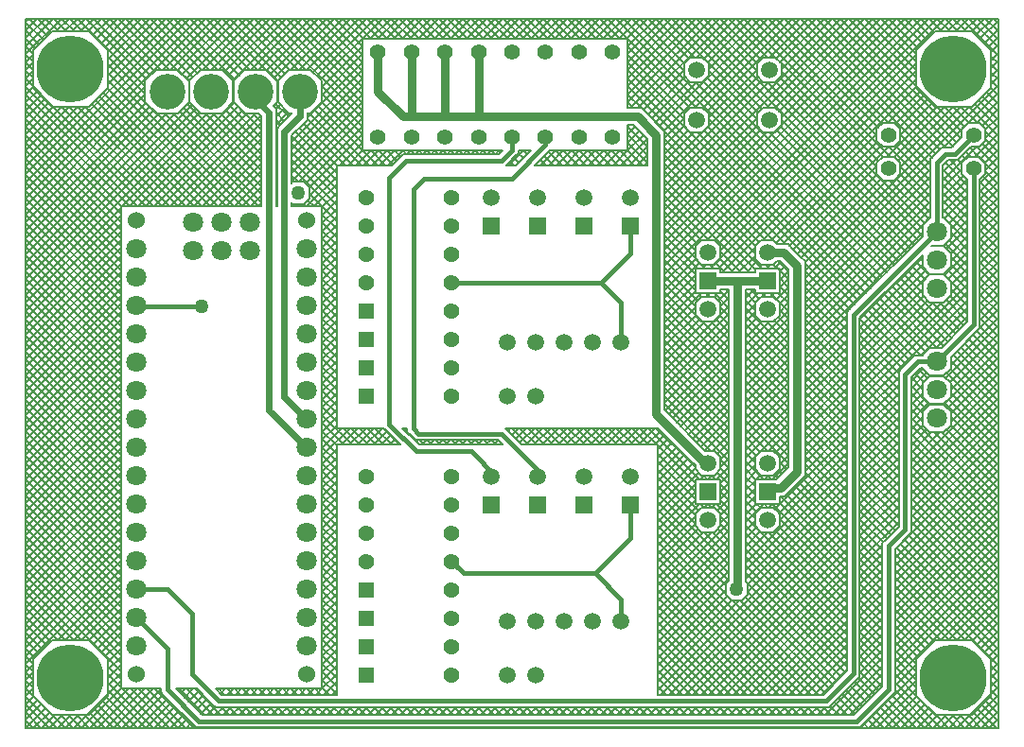
<source format=gbr>
%TF.GenerationSoftware,Altium Limited,Altium Designer,21.8.1 (53)*%
G04 Layer_Physical_Order=4*
G04 Layer_Color=16711680*
%FSLAX43Y43*%
%MOMM*%
%TF.SameCoordinates,34F7A64E-A76D-4A2E-B03E-92C6081B7B14*%
%TF.FilePolarity,Positive*%
%TF.FileFunction,Copper,L4,Bot,Signal*%
%TF.Part,Single*%
G01*
G75*
%TA.AperFunction,NonConductor*%
%ADD10C,0.203*%
%TA.AperFunction,Conductor*%
%ADD12C,0.400*%
%ADD13C,0.800*%
%TA.AperFunction,ComponentPad*%
%ADD14C,1.400*%
%ADD15C,1.800*%
%ADD16C,1.524*%
%ADD17C,3.200*%
%ADD18C,1.500*%
%ADD19R,1.500X1.500*%
%ADD20C,1.425*%
%ADD21R,1.425X1.425*%
%TA.AperFunction,ViaPad*%
%ADD22C,6.000*%
%ADD23C,1.270*%
%TA.AperFunction,Conductor*%
%ADD24C,0.600*%
D10*
X86589Y61444D02*
X87517Y62373D01*
X86856Y60992D02*
X87517Y61654D01*
X87059Y64017D02*
X87517Y63559D01*
X86856Y59192D02*
X87517Y58530D01*
X86856Y58119D02*
X87517Y58781D01*
X86856Y58837D02*
X87517Y59499D01*
X85622Y64017D02*
X87517Y62122D01*
X85871Y62163D02*
X87517Y63810D01*
X86340Y64017D02*
X87517Y62840D01*
X84904Y64017D02*
X87517Y61404D01*
X86230Y61804D02*
X87517Y63091D01*
X86822Y57789D02*
X87517Y57093D01*
X86463Y57429D02*
X87517Y56375D01*
X86856Y58473D02*
X87517Y57811D01*
X86366Y54037D02*
X87517Y55188D01*
X86104Y57070D02*
X87517Y55656D01*
X84829Y54656D02*
X87517Y57344D01*
X85548Y54656D02*
X87517Y56625D01*
X85744Y56711D02*
X87517Y54938D01*
X85385Y56352D02*
X87517Y54219D01*
X86052Y54441D02*
X87517Y55907D01*
X85511Y62522D02*
X87007Y64017D01*
X85178Y62856D02*
X86856Y61178D01*
X85127Y62856D02*
X86288Y64017D01*
X86856Y60274D02*
X87517Y60936D01*
X86856Y57822D02*
Y61178D01*
X83467Y64017D02*
X84629Y62856D01*
X83690D02*
X84852Y64017D01*
X82971Y62856D02*
X84133Y64017D01*
X84185D02*
X87517Y60685D01*
X84408Y62856D02*
X85570Y64017D01*
X86856Y59556D02*
X87517Y60217D01*
X86856Y59910D02*
X87517Y59248D01*
X86856Y60629D02*
X87517Y59967D01*
X85178Y56144D02*
X86856Y57822D01*
X85838Y54656D02*
X86366Y54128D01*
X84156Y56144D02*
X85644Y54656D01*
X84782D02*
X85838D01*
X83437Y56144D02*
X84926Y54656D01*
X84254Y54081D02*
X84829Y54656D01*
X84254Y54128D02*
X84782Y54656D01*
X86366Y53318D02*
X87517Y54470D01*
X86366Y53934D02*
X87517Y52783D01*
X86366Y53072D02*
Y54128D01*
X86078Y52785D02*
X87517Y51346D01*
X86348Y51145D02*
X87517Y52315D01*
X86366Y53216D02*
X87517Y52064D01*
X84874Y56144D02*
X87517Y53501D01*
X85421Y51656D02*
X87517Y53752D01*
X85838Y52544D02*
X86366Y53072D01*
X85600Y52544D02*
X87517Y50627D01*
X85989Y51505D02*
X87517Y53033D01*
X86366Y50445D02*
X87517Y51596D01*
X86366Y51061D02*
X87517Y49909D01*
X86366Y50072D02*
Y51128D01*
X86141Y49848D02*
X87517Y48472D01*
X86366Y50342D02*
X87517Y49190D01*
X85771Y51656D02*
X86366Y51061D01*
X85866Y49572D02*
X86366Y50072D01*
X85838Y51656D02*
X86366Y51128D01*
X85866Y48508D02*
X87517Y50160D01*
X85866Y49226D02*
X87517Y50878D01*
X85088Y52544D02*
X85838D01*
X84782Y51656D02*
X85838D01*
X84626Y52082D02*
X85052Y51656D01*
X84985Y52441D02*
X85771Y51656D01*
X84266Y51723D02*
X84558Y51431D01*
X84254Y53378D02*
Y54128D01*
X83332Y52456D02*
X84254Y53378D01*
X83028Y52456D02*
X83332D01*
X84166Y51622D02*
X85088Y52544D01*
X84254Y51128D02*
X84782Y51656D01*
X83888Y51344D02*
X84166Y51622D01*
X83907Y51364D02*
X84254Y51017D01*
X83888Y51344D02*
X84166Y51622D01*
X84254Y50072D02*
X84754Y49572D01*
X84254Y50072D02*
Y51128D01*
X83332Y51344D02*
X83888D01*
X83332D02*
X83888D01*
X83028D02*
X83332D01*
X82759Y51075D02*
X84754Y49080D01*
X83208Y51344D02*
X84254Y50298D01*
X82030Y64017D02*
X83192Y62856D01*
X81822D02*
X85178D01*
X81311Y64017D02*
X82473Y62856D01*
X82253D02*
X83415Y64017D01*
X82748D02*
X83910Y62856D01*
X77519Y51656D02*
X82008Y56144D01*
X72690Y64017D02*
X83792Y52916D01*
X73409Y64017D02*
X84151Y53275D01*
X71972Y64017D02*
X83433Y52556D01*
X71254Y64017D02*
X82815Y52456D01*
X70535Y64017D02*
X82285Y52268D01*
X82719Y56144D02*
X84495Y54368D01*
X82472Y52456D02*
X83028D01*
X82472D02*
X83028D01*
X82629D02*
X84254Y54081D01*
X82194Y52178D02*
X82472Y52456D01*
X82000Y56144D02*
X84254Y53890D01*
X81822Y56144D02*
X85178D01*
X82194Y52178D02*
X82472Y52456D01*
X78227Y51646D02*
X82726Y56144D01*
X81722Y51706D02*
X82194Y52178D01*
X79156Y64017D02*
X81070Y62104D01*
X79875Y64017D02*
X81429Y62463D01*
X78438Y64017D02*
X80711Y61744D01*
X77719Y64017D02*
X80352Y61385D01*
X77001Y64017D02*
X80144Y60874D01*
X75564Y64017D02*
X80144Y59437D01*
X74846Y64017D02*
X80144Y58719D01*
X76283Y64017D02*
X80144Y60156D01*
X69098Y64017D02*
X81566Y51550D01*
X74127Y64017D02*
X80144Y58000D01*
X80593Y64017D02*
X81789Y62822D01*
X80144Y61178D02*
X81822Y62856D01*
X80144Y57822D02*
Y61178D01*
Y58000D02*
X82000Y56144D01*
X80144Y57822D02*
X81822Y56144D01*
X78291Y54583D02*
X80837Y57129D01*
X78650Y54224D02*
X81196Y56770D01*
X77645Y54656D02*
X80478Y57489D01*
X69817Y64017D02*
X81925Y51909D01*
X78746Y53601D02*
X81556Y56411D01*
X78587Y51287D02*
X83444Y56144D01*
X81444Y51428D02*
X81722Y51706D01*
X81444Y51428D02*
X81722Y51706D01*
X78746Y50727D02*
X84163Y56144D01*
X82556Y49508D02*
X85592Y52544D01*
X78317Y52644D02*
X81444Y49516D01*
X62109Y44149D02*
X81978Y64017D01*
X62469Y43790D02*
X82696Y64017D01*
X77698Y52544D02*
X81444Y48798D01*
X70225Y40769D02*
X87517Y58062D01*
X70225Y41488D02*
X84881Y56144D01*
X82556Y50560D02*
X84754Y48361D01*
X82556Y48071D02*
X84405Y49921D01*
X82556Y48790D02*
X84254Y50489D01*
X82556Y49842D02*
X84754Y47643D01*
X82556Y46186D02*
Y50872D01*
X83028Y51344D01*
X82556Y50227D02*
X83673Y51344D01*
X78746Y50778D02*
X81444Y48079D01*
X70225Y40051D02*
X81444Y51271D01*
X78739Y50066D02*
X81444Y47361D01*
X62636Y42520D02*
X80144Y60029D01*
X67938Y58712D02*
X80918Y45732D01*
X62636Y43238D02*
X80144Y60747D01*
X62838Y41286D02*
X80144Y58592D01*
X62470Y41636D02*
X80144Y59310D01*
X60477Y64017D02*
X80366Y44129D01*
X61418Y44176D02*
X81260Y64017D01*
X59759D02*
X80006Y43770D01*
X57652Y41128D02*
X80541Y64017D01*
X57652Y41846D02*
X79823Y64017D01*
X81444Y50872D02*
Y51428D01*
Y50872D02*
Y51428D01*
X78746Y53652D02*
X81444Y50953D01*
Y46186D02*
Y50872D01*
X78676Y53003D02*
X81444Y50234D01*
X67578Y58353D02*
X80744Y45187D01*
X66879Y58334D02*
X80725Y44488D01*
X66447Y44176D02*
X80144Y57873D01*
X70225Y39332D02*
X81444Y50552D01*
X68113Y54945D02*
X79647Y43411D01*
X85866Y45634D02*
X87517Y47286D01*
X85866Y47250D02*
X87517Y45598D01*
X85866Y47969D02*
X87517Y46317D01*
X85866Y46532D02*
X87517Y44880D01*
X85866Y44197D02*
X87517Y45849D01*
X85866Y44916D02*
X87517Y46567D01*
X85866Y49405D02*
X87517Y47754D01*
X85866Y47071D02*
X87517Y48723D01*
X85866Y47789D02*
X87517Y49441D01*
X85866Y46352D02*
X87517Y48004D01*
X85866Y48687D02*
X87517Y47035D01*
X85866Y41323D02*
X87517Y42975D01*
X85866Y42940D02*
X87517Y41288D01*
X85866Y43658D02*
X87517Y42006D01*
X85866Y42221D02*
X87517Y40569D01*
X85866Y40605D02*
X87517Y42257D01*
X85866Y45095D02*
X87517Y43443D01*
X85866Y42760D02*
X87517Y44412D01*
X85866Y45813D02*
X87517Y44161D01*
X85866Y42042D02*
X87517Y43694D01*
X85866Y44376D02*
X87517Y42725D01*
X83256Y44461D02*
X84754Y45960D01*
X83256Y45550D02*
X84754Y44051D01*
X83256Y44302D02*
Y45558D01*
X85866Y43479D02*
X87517Y45131D01*
X83256Y44831D02*
X84754Y43332D01*
X83086Y45728D02*
X84754Y47396D01*
X83256Y45179D02*
X84754Y46678D01*
X82726Y46087D02*
X84754Y48115D01*
X83253Y43021D02*
X84754Y44523D01*
X82893Y43380D02*
X84754Y45241D01*
X83161Y44207D02*
X84754Y42614D01*
X83256Y42306D02*
X84754Y43804D01*
X83256Y41762D02*
Y43018D01*
X83060Y40673D02*
X84754Y42368D01*
X83256Y42676D02*
X84754Y41177D01*
X82802Y43848D02*
X84754Y41896D01*
X82628Y43646D02*
X83256Y43018D01*
X82628Y43674D02*
X83256Y44302D01*
X82701Y41032D02*
X84754Y43086D01*
X82628Y41106D02*
X83256Y40478D01*
X85866Y37731D02*
X87517Y39383D01*
X85866Y39347D02*
X87517Y37696D01*
X85866Y40066D02*
X87517Y38414D01*
X85866Y38629D02*
X87517Y36977D01*
X85866Y37911D02*
X87517Y36259D01*
X85866Y37013D02*
X87517Y38665D01*
X85866Y39168D02*
X87517Y40820D01*
X85866Y40784D02*
X87517Y39132D01*
X85866Y41503D02*
X87517Y39851D01*
X83256Y33685D02*
X87517Y37946D01*
X85866Y38450D02*
X87517Y40102D01*
X85866Y36474D02*
X87517Y34822D01*
X85582Y36039D02*
X87517Y34104D01*
X85866Y37192D02*
X87517Y35540D01*
X84864Y35320D02*
X87517Y32667D01*
X85223Y35680D02*
X87517Y33385D01*
X82821Y31813D02*
X87517Y36509D01*
X84505Y34961D02*
X87517Y31948D01*
X83256Y32966D02*
X87517Y37228D01*
X84145Y34602D02*
X87517Y31230D01*
X83180Y31454D02*
X87517Y35791D01*
X85866Y39887D02*
X87517Y41538D01*
X83256Y39802D02*
X84754Y38303D01*
X83256Y39222D02*
Y40478D01*
X85866Y36878D02*
Y49572D01*
X84754Y36878D02*
Y49572D01*
X83256Y40150D02*
X84754Y41649D01*
X82994Y41501D02*
X84754Y39740D01*
X83256Y41957D02*
X84754Y40459D01*
X82635Y41141D02*
X84754Y39022D01*
X83256Y39432D02*
X84754Y40931D01*
X85866Y36322D02*
Y36878D01*
X85588Y36044D02*
X85866Y36322D01*
Y36878D01*
X85588Y36044D02*
X85866Y36322D01*
X83256Y32662D02*
Y33712D01*
X83186Y39153D02*
X84754Y37585D01*
X82827Y38794D02*
X84749Y36872D01*
X82628Y38594D02*
X83256Y39222D01*
Y33712D02*
X85588Y36044D01*
X82628Y32006D02*
X83256Y31378D01*
X82556Y46635D02*
X84754Y48833D01*
X82556Y48405D02*
X84754Y46206D01*
X82556Y49123D02*
X84754Y46924D01*
X82556Y47686D02*
X84754Y45488D01*
X82556Y46968D02*
X84754Y44769D01*
X82556Y46250D02*
X82620Y46186D01*
X82556Y47353D02*
X84754Y49552D01*
X70225Y37896D02*
X81444Y49115D01*
X81388Y46186D02*
X81444Y46242D01*
X70225Y36459D02*
X81444Y47679D01*
X70225Y37177D02*
X81444Y48397D01*
X82620Y46186D02*
X83256Y45550D01*
X82628Y41134D02*
X83256Y41762D01*
X82628Y46186D02*
X83256Y45558D01*
X82308Y38594D02*
X84390Y36513D01*
X81590Y38594D02*
X84030Y36154D01*
X81549Y43646D02*
X82628D01*
X81372Y41134D02*
X82628D01*
X81578Y43674D02*
X82628D01*
X81372Y38594D02*
X82628D01*
X81372Y41106D02*
X82628D01*
X78380Y49707D02*
X81444Y46642D01*
X80744Y45542D02*
X81388Y46186D01*
X80744Y45558D02*
X81372Y46186D01*
X80744Y41762D02*
Y42841D01*
Y44508D02*
Y45558D01*
X70225Y38614D02*
X81444Y49834D01*
X77824Y49544D02*
X81277Y46091D01*
X74272Y38036D02*
X80744Y44508D01*
X75106Y37029D02*
X80744Y42668D01*
X75106Y37202D02*
X80744Y42841D01*
Y41762D02*
X81372Y41134D01*
X80744Y40478D02*
X81372Y41106D01*
X80481Y42577D02*
X80744Y42313D01*
Y39222D02*
X81372Y38594D01*
X80744Y39222D02*
Y40478D01*
X80121Y42218D02*
X81303Y41036D01*
X79762Y41859D02*
X80944Y40677D01*
X79403Y41500D02*
X80744Y40158D01*
X75106Y36311D02*
X80744Y41950D01*
X79044Y41140D02*
X80744Y39440D01*
X78685Y40781D02*
X83671Y35795D01*
X78325Y40422D02*
X83312Y35435D01*
X77966Y40063D02*
X82953Y35076D01*
X77607Y39704D02*
X82594Y34717D01*
X77248Y39344D02*
X82046Y34546D01*
X70225Y35740D02*
X81444Y46960D01*
X75106Y34874D02*
X81369Y41138D01*
X76888Y38985D02*
X81350Y34523D01*
X75106Y31282D02*
X82418Y38594D01*
X75106Y32000D02*
X81700Y38594D01*
X81961Y34546D02*
X84754Y37339D01*
X82422Y34546D02*
X84754Y36878D01*
X81372Y32034D02*
X82628D01*
X83256Y32662D01*
X81372Y32006D02*
X82628D01*
X80543Y33846D02*
X84754Y38057D01*
X81372Y34546D02*
X82422D01*
X80744Y33918D02*
X81372Y34546D01*
X80744Y31378D02*
X81372Y32006D01*
X80744Y32662D02*
X81372Y32034D01*
X76529Y38626D02*
X80991Y34164D01*
X76170Y38267D02*
X80591Y33846D01*
X75811Y37907D02*
X79942Y33776D01*
X75106Y32719D02*
X81177Y38790D01*
X79734Y33568D02*
X80012Y33846D01*
X70225Y34304D02*
X80744Y44823D01*
X75106Y35592D02*
X81010Y41497D01*
X70225Y35022D02*
X80744Y45542D01*
X75106Y33437D02*
X80818Y39149D01*
X75106Y34156D02*
X80744Y39794D01*
X80568Y33846D02*
X80744D01*
X80568Y32734D02*
X80744D01*
X80012Y33846D02*
X80568D01*
X80417Y32583D02*
X81183Y31817D01*
X80057Y32224D02*
X80824Y31457D01*
X79734Y33568D02*
X80012Y33846D01*
X80568D01*
X78872Y32706D02*
X79734Y33568D01*
X79706Y31571D02*
X80770Y32636D01*
X79706Y31872D02*
X80568Y32734D01*
X68004Y60101D02*
X71920Y64017D01*
X68113Y59492D02*
X72638Y64017D01*
X67645Y60461D02*
X71202Y64017D01*
X68113Y55181D02*
X76949Y64017D01*
X67661D02*
X77093Y54586D01*
X67909Y55696D02*
X76231Y64017D01*
X66822Y56046D02*
X74794Y64017D01*
X67540Y56046D02*
X75512Y64017D01*
X67011Y60546D02*
X70483Y64017D01*
X66943D02*
X76734Y54227D01*
X66225Y64017D02*
X76634Y53608D01*
X78218Y54656D02*
X78746Y54128D01*
Y53072D02*
Y54128D01*
X77162Y54656D02*
X78218D01*
X77162Y52544D02*
X78218D01*
X76634Y53072D02*
X77162Y52544D01*
X68113Y54463D02*
X77667Y64017D01*
X68380D02*
X77742Y54656D01*
X76634Y54128D02*
X77162Y54656D01*
X76634Y53072D02*
Y54128D01*
X67560Y53834D02*
X68113Y54387D01*
X67560Y60546D02*
X68113Y59993D01*
X67541Y60546D02*
X68113Y59974D01*
X66454Y60546D02*
X67560D01*
X68113Y58887D02*
Y59993D01*
X65901Y58887D02*
X66454Y58334D01*
X63351Y64017D02*
X66823Y60546D01*
X64069Y64017D02*
X67541Y60546D01*
X62632Y64017D02*
X66279Y60371D01*
X65901Y59993D02*
X66454Y60546D01*
X65901Y58887D02*
Y59993D01*
X67560Y56046D02*
X68113Y55493D01*
Y54387D02*
Y55493D01*
X67560Y58334D02*
X68113Y58887D01*
X67484Y53834D02*
X68113Y54463D01*
X66454Y53834D02*
X67560D01*
X66454Y58334D02*
X67560D01*
X66454Y56046D02*
X67560D01*
X65901Y55493D02*
X66454Y56046D01*
X65901Y54387D02*
X66454Y53834D01*
X65901Y54387D02*
Y55493D01*
X78218Y52544D02*
X78746Y53072D01*
X68252Y43826D02*
X77066Y52640D01*
X68113Y59974D02*
X76797Y51290D01*
X68032Y54307D02*
X79288Y43051D01*
X67673Y53948D02*
X78929Y42692D01*
X68829Y43684D02*
X77689Y52544D01*
X64788Y64017D02*
X77156Y51649D01*
X65506Y64017D02*
X77868Y51656D01*
X67165Y44176D02*
X76634Y53645D01*
X67068Y53834D02*
X78570Y42333D01*
X67633Y43925D02*
X76707Y52999D01*
X78218Y51656D02*
X78746Y51128D01*
Y50072D02*
Y51128D01*
X77162Y51656D02*
X78218D01*
Y49544D02*
X78746Y50072D01*
X77162Y49544D02*
X78218D01*
X76634Y51128D02*
X77162Y51656D01*
X76634Y50072D02*
X77162Y49544D01*
X69547Y42965D02*
X76644Y50063D01*
X70225Y42206D02*
X77563Y49544D01*
X69906Y42606D02*
X77003Y49703D01*
X68113Y59256D02*
X76634Y50734D01*
Y50072D02*
Y51128D01*
X67931Y43826D02*
X68687D01*
X69188Y43325D02*
X76634Y50771D01*
X67931Y43826D02*
X68687D01*
X67383Y44176D02*
X67733Y43826D01*
X67931D01*
X66277Y44176D02*
X67383D01*
X65724Y43623D02*
X66277Y44176D01*
X62083D02*
X62636Y43623D01*
X68687Y43826D02*
X69065Y43448D01*
X69847Y42666D01*
X68687Y43826D02*
X69065Y43448D01*
X69847Y42666D02*
X70225Y42288D01*
X69847Y42666D02*
X70225Y42288D01*
X65724Y42517D02*
Y43623D01*
X62636Y43180D02*
X64530Y41286D01*
X62636Y42517D02*
Y43623D01*
X64275Y41286D02*
X65724Y42735D01*
X63557Y41286D02*
X65724Y43453D01*
X61162Y60443D02*
X64736Y64017D01*
X61521Y60084D02*
X65454Y64017D01*
X60546Y60546D02*
X64017Y64017D01*
X61914D02*
X65920Y60011D01*
X61613Y59457D02*
X66173Y64017D01*
X61196D02*
X65901Y59312D01*
X58322Y64017D02*
X66374Y55965D01*
X59040Y64017D02*
X67012Y56046D01*
X60546Y60546D02*
X64017Y64017D01*
X57608Y54016D02*
X67610Y64017D01*
X57604D02*
X66015Y55606D01*
X61613Y55147D02*
X65901Y59436D01*
X61613Y59290D02*
X65901Y55001D01*
X61613Y58887D02*
Y59993D01*
Y54428D02*
X65986Y58802D01*
X61613Y54387D02*
Y55493D01*
X60356Y56046D02*
X68328Y64017D01*
X61067Y56038D02*
X69046Y64017D01*
X61060Y58334D02*
X61613Y58887D01*
X61426Y55679D02*
X69765Y64017D01*
X61060Y56046D02*
X61613Y55493D01*
X61060Y60546D02*
X61613Y59993D01*
X59954Y58334D02*
X61060D01*
X59954Y60546D02*
X61060D01*
X59954Y56046D02*
X61060D01*
X59401Y54387D02*
Y55493D01*
Y59993D02*
X59954Y60546D01*
X59401Y58887D02*
X59954Y58334D01*
X59401Y58887D02*
Y59993D01*
Y55493D02*
X59954Y56046D01*
X57652Y53341D02*
X59401Y55091D01*
X61019Y53834D02*
X61613Y54428D01*
X59954Y53834D02*
X61060D01*
X59401Y54387D02*
X59954Y53834D01*
X61060D02*
X61613Y54387D01*
X57652Y51186D02*
X60300Y53834D01*
X57652Y53216D02*
Y53972D01*
Y53216D02*
Y53972D01*
X57274Y54350D02*
X57652Y53972D01*
Y51904D02*
X59768Y54021D01*
X57652Y52623D02*
X59409Y54380D01*
X61455Y58729D02*
X78210Y41974D01*
X61096Y58370D02*
X77851Y41615D01*
X57652Y49031D02*
X66955Y58334D01*
X60413D02*
X77492Y41255D01*
X61613Y54979D02*
X76414Y40178D01*
X57652Y48312D02*
X73357Y64017D01*
X57652Y47594D02*
X74075Y64017D01*
X57652Y49749D02*
X66346Y58443D01*
X57652Y42565D02*
X79104Y64017D01*
X57652Y43283D02*
X78386Y64017D01*
X61549Y54324D02*
X76055Y39818D01*
X57652Y50319D02*
X66335Y41636D01*
X57652Y52475D02*
X66114Y44012D01*
X61190Y53965D02*
X75696Y39459D01*
X60602Y53834D02*
X75337Y39100D01*
X57652Y44720D02*
X66766Y53834D01*
X57652Y53193D02*
X66669Y44176D01*
X57652Y45438D02*
X66251Y54038D01*
X57652Y53911D02*
X67737Y43826D01*
X57652Y44002D02*
X67484Y53834D01*
X57652Y48164D02*
X61640Y44176D01*
X57652Y47446D02*
X60949Y44148D01*
X57652Y46727D02*
X60590Y43789D01*
X57652Y49601D02*
X65724Y41528D01*
X57652Y48883D02*
X65249Y41286D01*
X57652Y46875D02*
X65901Y55125D01*
X57652Y46157D02*
X65901Y54407D01*
X57652Y50467D02*
X61019Y53834D01*
X57652Y51756D02*
X65755Y43653D01*
X57652Y51038D02*
X65724Y42965D01*
X60424Y43623D02*
X60977Y44176D01*
X62083D01*
X60424Y42517D02*
Y43623D01*
X62080Y41964D02*
X62636Y42520D01*
X57652Y43135D02*
X60424Y40362D01*
X57652Y45290D02*
X60424Y42518D01*
X57652Y44572D02*
X60588Y41636D01*
X57652Y46009D02*
X60424Y43236D01*
X57652Y40409D02*
X60424Y43182D01*
X57652Y43854D02*
X60424Y41081D01*
X70225Y41532D02*
Y42288D01*
Y41532D02*
Y42288D01*
X67936Y41472D02*
X68713Y40694D01*
X70225Y42057D02*
X74259Y38022D01*
X67936Y40754D02*
X68713Y39976D01*
X67936Y40636D02*
X68713Y41413D01*
X67931Y42314D02*
X68713Y41532D01*
X67499Y41636D02*
X68054Y42191D01*
X67772Y41636D02*
X67936Y41472D01*
X67812Y42314D02*
X68713Y41413D01*
X67936Y41354D02*
X68414Y41832D01*
X67936Y40035D02*
X68713Y39258D01*
X67936Y38480D02*
X68713Y39258D01*
X67936Y39917D02*
X68713Y40695D01*
X73994Y37758D02*
X74272Y38036D01*
X67936Y37762D02*
X68713Y38540D01*
X67608Y38871D02*
X68713Y39977D01*
X67383Y39096D02*
X67936Y38543D01*
X65724Y39424D02*
X67936D01*
X67110D02*
X68713Y37821D01*
X67828Y39424D02*
X68713Y38539D01*
X67383Y41964D02*
X67733Y42314D01*
X67931D01*
X66725Y41964D02*
X67054Y41636D01*
X67413Y41995D02*
X67772Y41636D01*
X66780D02*
X67109Y41964D01*
X66062Y41636D02*
X66391Y41964D01*
X66277D02*
X67383D01*
X65724Y42517D02*
X66277Y41964D01*
X64993Y41286D02*
X65975Y42267D01*
X65724Y41286D02*
Y41636D01*
X67936Y39424D02*
Y41636D01*
X66277Y39096D02*
X67383D01*
X66391Y39424D02*
X66720Y39096D01*
X67114D02*
X67443Y39424D01*
X66396Y39096D02*
X66724Y39424D01*
X65724Y41636D02*
X67936D01*
X65323Y39774D02*
X66139Y38958D01*
X65724Y39424D02*
Y39774D01*
Y38543D02*
X66277Y39096D01*
X64906Y38755D02*
X65724Y37936D01*
X73994Y37758D02*
X74272Y38036D01*
X73994Y37202D02*
Y37758D01*
Y37202D02*
Y37758D01*
X75452Y37548D02*
X79583Y33417D01*
X75106Y37176D02*
X79224Y33057D01*
X75106Y36457D02*
X78865Y32698D01*
X70225Y40620D02*
X73994Y36850D01*
X70225Y37028D02*
X73994Y33258D01*
X70225Y41338D02*
X73994Y37569D01*
X70225Y36310D02*
X73994Y32540D01*
X70225Y32867D02*
X73994Y36637D01*
X78594Y32428D02*
X78872Y32706D01*
X78594Y32428D02*
X78872Y32706D01*
X78594Y31872D02*
Y32428D01*
X75106Y35021D02*
X78594Y31532D01*
Y31872D02*
Y32428D01*
X75106Y35739D02*
X78594Y32250D01*
X70225Y35591D02*
X73994Y31821D01*
X70225Y32148D02*
X73994Y35918D01*
X70225Y34873D02*
X73994Y31103D01*
X70225Y31430D02*
X73994Y35200D01*
X70225Y39183D02*
X73994Y35413D01*
X70225Y38465D02*
X73994Y34695D01*
X70225Y39902D02*
X73994Y36132D01*
X70225Y33585D02*
X73994Y37355D01*
X70225Y37746D02*
X73994Y33977D01*
X67936Y37437D02*
Y38543D01*
Y37880D02*
X68713Y37102D01*
X65724Y37437D02*
Y38543D01*
X67383Y36884D02*
X67936Y37437D01*
X65724D02*
X66277Y36884D01*
X67798Y37299D02*
X68713Y36384D01*
X67439Y36940D02*
X68713Y35665D01*
X66277Y36884D02*
X67383D01*
X64906Y35163D02*
X68713Y31355D01*
X66776Y36884D02*
X68713Y34947D01*
X64906Y37318D02*
X68713Y33510D01*
X64906Y36600D02*
X68713Y32792D01*
X64906Y35450D02*
X66340Y36884D01*
X64906Y35881D02*
X68713Y32073D01*
X64906Y32577D02*
X68713Y36384D01*
X63772Y41286D02*
X64528D01*
X63772D02*
X64528D01*
X63772D02*
X64528D01*
X65724D01*
X62636Y39646D02*
X62764Y39774D01*
X62636Y39424D02*
Y39774D01*
X62249Y42130D02*
X63093Y41286D01*
X60424Y41636D02*
X62636D01*
X62083Y41964D02*
X62636Y42517D01*
X62608Y42489D02*
X63812Y41286D01*
X62636D02*
X63772D01*
X64906Y39042D02*
X65638Y39774D01*
X64906D02*
X65724D01*
X63168D02*
X63394Y39548D01*
X64906Y38324D02*
X66006Y39424D01*
X64906Y39473D02*
X65780Y38599D01*
X62636Y39774D02*
X63394D01*
X62636Y39588D02*
X63394Y38829D01*
X60424Y39424D02*
X62636D01*
X62443Y38735D02*
X63394Y39687D01*
X62083Y39096D02*
X62636Y38543D01*
X61033Y41636D02*
X61362Y41964D01*
X60977D02*
X62083D01*
X60978D02*
X61306Y41636D01*
X61751D02*
X62080Y41964D01*
X61696D02*
X62025Y41636D01*
X60424Y42518D02*
X60978Y41964D01*
X60424Y42517D02*
X60977Y41964D01*
X57652Y39691D02*
X60451Y42491D01*
X57652Y38973D02*
X60810Y42131D01*
X57652Y42417D02*
X60424Y39644D01*
X62636Y41286D02*
Y41636D01*
X60977Y39096D02*
X62083D01*
X61362Y39424D02*
X61691Y39096D01*
X62084Y39094D02*
X62414Y39424D01*
X61367Y39096D02*
X61695Y39424D01*
X57652Y41698D02*
X60616Y38734D01*
X60644Y39424D02*
X60975Y39093D01*
X60424Y39424D02*
Y41636D01*
Y38543D02*
X60977Y39096D01*
X57652Y38254D02*
X60424Y41027D01*
X64906Y37606D02*
X65724Y38424D01*
X64906Y36887D02*
X65724Y37706D01*
X62636Y38209D02*
X63394Y38968D01*
X64906Y34013D02*
X68713Y37821D01*
X64906Y38036D02*
X68713Y34229D01*
X57652Y39543D02*
X63394Y33800D01*
X57652Y38825D02*
X63394Y33082D01*
X62081Y39424D02*
X63394Y38111D01*
X57652Y31788D02*
X63394Y37531D01*
X57652Y38106D02*
X63394Y32363D01*
X64906Y33295D02*
X68713Y37103D01*
X64906Y34732D02*
X67058Y36884D01*
X64906Y36169D02*
X65949Y37212D01*
X64906Y31140D02*
X68713Y34948D01*
X64906Y31858D02*
X68713Y35666D01*
X61747Y36884D02*
X63394Y35237D01*
X61029Y36884D02*
X63394Y34519D01*
X62274Y37076D02*
X63394Y35955D01*
X57652Y31070D02*
X63394Y36813D01*
X57652Y37388D02*
X63394Y31645D01*
X62636Y37437D02*
Y38543D01*
Y37491D02*
X63394Y38250D01*
X60424Y37437D02*
Y38543D01*
X62636Y38151D02*
X63394Y37392D01*
X57652Y35381D02*
X60424Y38153D01*
X57652Y37536D02*
X60424Y40309D01*
X57652Y40261D02*
X60424Y37489D01*
X57652Y40980D02*
X60424Y38207D01*
X57652Y36099D02*
X60977Y39424D01*
X57652Y36817D02*
X60424Y39590D01*
X62029Y36884D02*
X62636Y37491D01*
X60977Y36884D02*
X62083D01*
X60424Y37437D02*
X60977Y36884D01*
X62633Y37435D02*
X63394Y36674D01*
X62083Y36884D02*
X62636Y37437D01*
X60424Y37489D02*
X61029Y36884D01*
X57652Y33944D02*
X60785Y37077D01*
X57652Y34662D02*
X60426Y37436D01*
X57652Y32507D02*
X62029Y36884D01*
X57652Y33225D02*
X61311Y36884D01*
X83786Y34243D02*
X87517Y30511D01*
X83427Y33884D02*
X87517Y29793D01*
X83256Y30122D02*
Y31378D01*
Y28656D02*
X87517Y32917D01*
X83256Y27937D02*
X87517Y32199D01*
X83256Y33336D02*
X87517Y29075D01*
X82628Y29465D02*
X87517Y34354D01*
X82988Y29106D02*
X87517Y33636D01*
X83256Y30811D02*
X87517Y35073D01*
X82874Y32281D02*
X87517Y27638D01*
X83233Y32640D02*
X87517Y28356D01*
X83256Y31181D02*
X87517Y26919D01*
X83256Y30463D02*
X87517Y26201D01*
X83256Y27582D02*
Y28838D01*
X82707Y29574D02*
X87517Y24764D01*
X83067Y29933D02*
X87517Y25483D01*
X82628Y29494D02*
X83256Y30122D01*
X82628Y29466D02*
X83256Y28838D01*
X81372Y29466D02*
X82628D01*
Y26954D02*
X83256Y27582D01*
X81372Y26954D02*
X82628D01*
X79706Y30421D02*
X81016Y29110D01*
X80744Y30122D02*
X81372Y29494D01*
X80744Y30122D02*
Y31378D01*
X79706Y28698D02*
X80937Y29929D01*
X79706Y29702D02*
X80744Y28663D01*
X79706Y30853D02*
X81130Y32277D01*
X79706Y30135D02*
X80744Y31173D01*
X79706Y31857D02*
X80744Y30819D01*
X79706Y31139D02*
X81379Y29466D01*
X79706Y29416D02*
X80744Y30455D01*
X81372Y29494D02*
X82628D01*
X80744Y28838D02*
X81372Y29466D01*
X80744Y27582D02*
Y28838D01*
X79706Y25106D02*
X81554Y26954D01*
X80744Y27582D02*
X81372Y26954D01*
X79706Y27979D02*
X81296Y29570D01*
X79706Y27261D02*
X80744Y28300D01*
X79706Y28984D02*
X80744Y27945D01*
X79706Y25824D02*
X81104Y27222D01*
X79706Y26542D02*
X80745Y27582D01*
X79706Y25392D02*
X87517Y17580D01*
X79706Y24673D02*
X87517Y16861D01*
X79706Y26110D02*
X87517Y18298D01*
Y483D02*
Y64017D01*
X79706Y23236D02*
X87517Y15425D01*
X79706Y23955D02*
X87517Y16143D01*
X79706Y26829D02*
X87517Y19017D01*
X79706Y18640D02*
X87517Y26452D01*
X79706Y19358D02*
X87517Y27170D01*
X78256Y15035D02*
X87517Y24296D01*
X78256Y15753D02*
X87517Y25015D01*
X79706Y20363D02*
X87517Y12551D01*
X79706Y19644D02*
X87517Y11833D01*
X79706Y21081D02*
X87517Y13269D01*
X79706Y18207D02*
X87517Y10396D01*
X79706Y18926D02*
X87517Y11114D01*
X78256Y13598D02*
X87517Y22859D01*
X79706Y21800D02*
X87517Y13988D01*
X79706Y22518D02*
X87517Y14706D01*
X79105Y17371D02*
X87517Y8959D01*
X79464Y17731D02*
X87517Y9677D01*
X79706Y21513D02*
X87517Y29325D01*
X79706Y20795D02*
X87517Y28607D01*
X83256Y28307D02*
X87517Y24046D01*
X79706Y20077D02*
X87517Y27888D01*
X79706Y28265D02*
X87517Y20454D01*
X79706Y22950D02*
X87517Y30762D01*
X79706Y22232D02*
X87517Y30044D01*
X79706Y23669D02*
X87517Y31481D01*
X79706Y18528D02*
Y31872D01*
X78594Y18528D02*
Y31872D01*
X82900Y27226D02*
X87517Y22609D01*
X82453Y26954D02*
X87517Y21890D01*
X83256Y27589D02*
X87517Y23327D01*
X81735Y26954D02*
X87517Y21172D01*
X79706Y17972D02*
Y18528D01*
Y27547D02*
X87517Y19735D01*
X79706Y24387D02*
X82273Y26954D01*
X79706Y17972D02*
Y18528D01*
X79428Y17694D02*
X79706Y17972D01*
X79428Y17694D02*
X79706Y17972D01*
X75106Y32147D02*
X78594Y28658D01*
X75106Y25535D02*
X78594Y29023D01*
X75106Y32865D02*
X78594Y29377D01*
X75106Y24816D02*
X78594Y28305D01*
X75106Y27836D02*
X78594Y24348D01*
X75106Y28555D02*
X78594Y25066D01*
X75106Y30563D02*
X84754Y40212D01*
X75106Y33584D02*
X78594Y30095D01*
X75106Y34302D02*
X78594Y30813D01*
X75106Y29127D02*
X84754Y38775D01*
X75106Y29845D02*
X84754Y39494D01*
X75106Y21942D02*
X78594Y25431D01*
X75106Y24963D02*
X78594Y21474D01*
X75106Y25681D02*
X78594Y22192D01*
X75106Y24244D02*
X78594Y20756D01*
X75106Y21224D02*
X78594Y24713D01*
X75106Y27118D02*
X78594Y23629D01*
X75106Y23379D02*
X78594Y26868D01*
X75106Y24098D02*
X78594Y27586D01*
X75106Y22661D02*
X78594Y26150D01*
X75106Y26400D02*
X78594Y22911D01*
X75106Y31429D02*
X78594Y27940D01*
X75106Y27690D02*
X78594Y31179D01*
X75106Y28408D02*
X78594Y31897D01*
X75106Y26971D02*
X78594Y30460D01*
X75106Y30710D02*
X78594Y27221D01*
X70225Y34154D02*
X73994Y30384D01*
X70225Y29993D02*
X73994Y33763D01*
X70225Y30711D02*
X73994Y34481D01*
X70225Y29275D02*
X73994Y33044D01*
X70225Y33436D02*
X73994Y29666D01*
X75106Y26253D02*
X78594Y29742D01*
X75106Y29273D02*
X78594Y25784D01*
X75106Y29992D02*
X78594Y26503D01*
X70225Y24815D02*
X73994Y21045D01*
X70225Y27688D02*
X73994Y23919D01*
X70225Y29125D02*
X73994Y25355D01*
X70225Y24964D02*
X73994Y28734D01*
X70225Y25682D02*
X73994Y29452D01*
X70225Y24246D02*
X73994Y28015D01*
X70225Y28407D02*
X73994Y24637D01*
X78256Y16471D02*
X87517Y25733D01*
X78256Y14316D02*
X87517Y23578D01*
X75106Y17632D02*
X78594Y21121D01*
X78256Y12161D02*
X87517Y21423D01*
X78256Y12879D02*
X87517Y22141D01*
X75106Y22807D02*
X78594Y19319D01*
X75106Y19069D02*
X78594Y22558D01*
X75106Y20506D02*
X78594Y23994D01*
X75106Y18350D02*
X78594Y21839D01*
X75106Y22089D02*
X78594Y18600D01*
X78256Y10724D02*
X87517Y19986D01*
X78256Y10006D02*
X87517Y19267D01*
X78256Y16522D02*
X79428Y17694D01*
X78256Y8569D02*
X87517Y17831D01*
X78256Y9287D02*
X87517Y18549D01*
X75106Y16913D02*
X78594Y20402D01*
X75106Y16195D02*
X78594Y19684D01*
X77422Y17356D02*
X78594Y18528D01*
X78256Y11442D02*
X87517Y20704D01*
X75106Y15477D02*
X78594Y18965D01*
X75106Y23526D02*
X78594Y20037D01*
X75106Y19787D02*
X78594Y23276D01*
X70225Y23378D02*
X73994Y19608D01*
X75106Y5628D02*
Y37202D01*
X73994Y5628D02*
Y37202D01*
X67517Y20101D02*
X73994Y26579D01*
X67876Y19742D02*
X73994Y25860D01*
X70225Y24096D02*
X73994Y20327D01*
X70015Y22869D02*
X73994Y18890D01*
X67936Y19083D02*
X73994Y25142D01*
X77144Y17078D02*
X77422Y17356D01*
X77144Y17078D02*
X77422Y17356D01*
X75106Y19215D02*
X77194Y17127D01*
X75106Y17778D02*
X77144Y15740D01*
X75106Y18497D02*
X77144Y16458D01*
X75106Y21371D02*
X78271Y18205D01*
X75106Y20652D02*
X77912Y17846D01*
X75106Y19934D02*
X77553Y17486D01*
X60211Y3456D02*
X73994Y17239D01*
X58774Y3456D02*
X73994Y18676D01*
X83071Y8356D02*
X87517Y12802D01*
X83790Y8356D02*
X87517Y12083D01*
X82353Y8356D02*
X87517Y13520D01*
X78256Y5695D02*
X87517Y14957D01*
X78256Y4977D02*
X87517Y14238D01*
X78746Y17012D02*
X87517Y8240D01*
X78256Y7132D02*
X87517Y16394D01*
X78256Y16065D02*
X87517Y6804D01*
X78256Y7850D02*
X87517Y17112D01*
X78256Y15347D02*
X87517Y6085D01*
X78256Y6413D02*
X87517Y15675D01*
X86856Y6029D02*
X87517Y5367D01*
X86856Y4956D02*
X87517Y5617D01*
X86856Y5674D02*
X87517Y6336D01*
X86856Y4237D02*
X87517Y4899D01*
X86856Y5310D02*
X87517Y4648D01*
X85202Y8331D02*
X87517Y10646D01*
X85561Y7972D02*
X87517Y9928D01*
X84508Y8356D02*
X87517Y11365D01*
X86856Y6392D02*
X87517Y7054D01*
X86639Y6894D02*
X87517Y7773D01*
X78256Y11755D02*
X81739Y8272D01*
X78256Y11036D02*
X81379Y7913D01*
X78256Y10318D02*
X81020Y7553D01*
X78386Y16653D02*
X87517Y7522D01*
X78256Y9600D02*
X80661Y7194D01*
X78256Y14629D02*
X84529Y8356D01*
X78256Y13910D02*
X83810Y8356D01*
X78256Y13192D02*
X83092Y8356D01*
X78256Y12473D02*
X82373Y8356D01*
X78256Y4228D02*
Y16522D01*
X85921Y7613D02*
X87517Y9209D01*
X86280Y7254D02*
X87517Y8491D01*
X81822Y8356D02*
X85178D01*
X86856Y6678D01*
X80144D02*
X81822Y8356D01*
X78256Y8881D02*
X80302Y6835D01*
X78256Y7444D02*
X80144Y5556D01*
X78256Y8163D02*
X80144Y6274D01*
X78256Y4258D02*
X80144Y6147D01*
X78256Y6726D02*
X80144Y4837D01*
X86856Y4592D02*
X87517Y3930D01*
X86856Y3519D02*
X87517Y4181D01*
X86856Y3322D02*
Y6678D01*
X86772Y3239D02*
X87517Y2493D01*
X86413Y2879D02*
X87517Y1775D01*
X86856Y3873D02*
X87517Y3211D01*
X85178Y1644D02*
X86856Y3322D01*
X86053Y2520D02*
X87517Y1056D01*
X84981Y1644D02*
X86856Y3519D01*
X85256Y483D02*
X87517Y2744D01*
X84538Y483D02*
X87517Y3462D01*
X85694Y2161D02*
X87373Y483D01*
X85975D02*
X87517Y2025D01*
X85335Y1802D02*
X86654Y483D01*
X87412D02*
X87517Y588D01*
X86693Y483D02*
X87517Y1307D01*
X83819Y483D02*
X84981Y1644D01*
X81822D02*
X85178D01*
X83337D02*
X84499Y483D01*
X84774Y1644D02*
X85936Y483D01*
X84056Y1644D02*
X85217Y483D01*
X80144Y3322D02*
Y6678D01*
Y3400D02*
X81900Y1644D01*
X78256Y3672D02*
Y4228D01*
X80144Y3322D02*
X81822Y1644D01*
X78256Y3852D02*
X81625Y483D01*
X78256Y6008D02*
X80144Y4119D01*
X78256Y5289D02*
X80144Y3400D01*
X78256Y3672D02*
Y4228D01*
Y4571D02*
X82344Y483D01*
X77986Y3403D02*
X80907Y483D01*
X81900Y1644D02*
X83062Y483D01*
X82383D02*
X83544Y1644D01*
X81664Y483D02*
X82826Y1644D01*
X83101Y483D02*
X84263Y1644D01*
X82619D02*
X83781Y483D01*
X78791D02*
X80887Y2579D01*
X79509Y483D02*
X81246Y2220D01*
X78072Y483D02*
X80528Y2939D01*
X80946Y483D02*
X82108Y1644D01*
X80227Y483D02*
X81606Y1861D01*
X77144Y16522D02*
Y17078D01*
X75106Y13321D02*
X77144Y15360D01*
Y16522D02*
Y17078D01*
Y4228D02*
Y16522D01*
X75106Y8292D02*
X77144Y10331D01*
X75106Y10594D02*
X77144Y8556D01*
X75106Y14758D02*
X77144Y16797D01*
X75106Y16342D02*
X77144Y14303D01*
X75106Y17060D02*
X77144Y15021D01*
X75106Y15623D02*
X77144Y13584D01*
X75106Y14040D02*
X77144Y16079D01*
X75106Y7721D02*
X77144Y5682D01*
X75106Y5419D02*
X77144Y7458D01*
X75106Y6137D02*
X77144Y8176D01*
X75106Y6284D02*
X77144Y4245D01*
X75106Y7002D02*
X77144Y4963D01*
X75106Y7574D02*
X77144Y9613D01*
X75106Y9158D02*
X77144Y7119D01*
X75106Y9876D02*
X77144Y7837D01*
X75106Y8439D02*
X77144Y6400D01*
X75106Y6856D02*
X77144Y8894D01*
X75106Y13468D02*
X77144Y11429D01*
X75106Y11166D02*
X77144Y13205D01*
X75106Y11885D02*
X77144Y13923D01*
X75106Y10448D02*
X77144Y12486D01*
X75106Y12750D02*
X77144Y10711D01*
X75106Y12603D02*
X77144Y14642D01*
X75106Y14186D02*
X77144Y12148D01*
X75106Y14905D02*
X77144Y12866D01*
X64906Y16484D02*
X73994Y7395D01*
X64906Y17202D02*
X73994Y8113D01*
X75106Y11313D02*
X77144Y9274D01*
X75106Y9011D02*
X77144Y11050D01*
X75106Y5072D02*
Y5628D01*
Y5565D02*
X76794Y3877D01*
X75106Y5072D02*
Y5628D01*
Y12031D02*
X77144Y9992D01*
X75106Y9729D02*
X77144Y11768D01*
X74828Y4794D02*
X75106Y5072D01*
X74993Y4960D02*
X76435Y3518D01*
X74828Y4794D02*
X75106Y5072D01*
X75198Y483D02*
X80144Y5429D01*
X77978Y3394D02*
X78256Y3672D01*
X74634Y4600D02*
X76075Y3159D01*
X76635Y483D02*
X80144Y3992D01*
X75917Y483D02*
X80144Y4710D01*
X72779Y1656D02*
X77144Y6021D01*
X73498Y1656D02*
X77144Y5302D01*
X72061Y1656D02*
X77144Y6739D01*
X74572Y1656D02*
X77144Y4228D01*
X74216Y1656D02*
X77144Y4584D01*
X77268Y2685D02*
X79470Y483D01*
X76909Y2325D02*
X78752Y483D01*
X77978Y3394D02*
X78256Y3672D01*
X77627Y3044D02*
X80188Y483D01*
X77354D02*
X80169Y3298D01*
X75406Y822D02*
X77978Y3394D01*
X75831Y1248D02*
X76596Y483D01*
X75472Y889D02*
X75878Y483D01*
X76550Y1966D02*
X78033Y483D01*
X76190Y1607D02*
X77315Y483D01*
X70987Y3456D02*
X73994Y6463D01*
X71822Y3456D02*
X73994Y5628D01*
X70269Y3456D02*
X73994Y7181D01*
X74275Y4241D02*
X75716Y2800D01*
X72656Y2622D02*
X74828Y4794D01*
X62366Y3456D02*
X73994Y15084D01*
X65958Y3456D02*
X73994Y11492D01*
X61648Y3456D02*
X73994Y15802D01*
X68832Y3456D02*
X73994Y8618D01*
X68114Y3456D02*
X73994Y9336D01*
X75128Y544D02*
X75406Y822D01*
X74572Y544D02*
X75128D01*
X74572D02*
X75128D01*
X75406Y822D01*
X75098Y544D02*
X75159Y483D01*
X73915Y3882D02*
X75357Y2440D01*
X73556Y3523D02*
X74998Y2081D01*
X73197Y3164D02*
X74639Y1722D01*
X74480Y483D02*
X74542Y544D01*
X74379D02*
X74441Y483D01*
X70225Y27838D02*
X73994Y31608D01*
X70225Y31281D02*
X73994Y27511D01*
X70225Y31999D02*
X73994Y28229D01*
X70225Y30562D02*
X73994Y26792D01*
X70225Y26401D02*
X73994Y30171D01*
X70225Y27119D02*
X73994Y30889D01*
X70225Y32717D02*
X73994Y28948D01*
X70225Y28556D02*
X73994Y32326D01*
X64906Y29703D02*
X68713Y33511D01*
X70225Y23833D02*
Y41532D01*
X68713Y23833D02*
Y41532D01*
X70225Y23527D02*
X73994Y27297D01*
X70225Y26970D02*
X73994Y23200D01*
X70225Y29844D02*
X73994Y26074D01*
X70225Y23078D02*
Y23833D01*
Y23078D02*
Y23833D01*
X64906Y28697D02*
X68713Y24889D01*
X67902Y24797D02*
X68713Y25608D01*
X67543Y25156D02*
X68713Y26327D01*
X67936Y24112D02*
X68713Y24890D01*
X64906Y24674D02*
X68713Y28482D01*
X64906Y29415D02*
X68713Y25608D01*
X64906Y25392D02*
X68713Y29200D01*
X64906Y27548D02*
X68713Y31355D01*
X66984Y25316D02*
X68713Y27045D01*
X65724Y24763D02*
X66277Y25316D01*
X64906Y28985D02*
X68713Y32792D01*
X64906Y32289D02*
X68713Y28481D01*
X64906Y33007D02*
X68713Y29200D01*
X64906Y31571D02*
X68713Y27763D01*
X64906Y28266D02*
X68713Y32074D01*
X67936Y24230D02*
X68523Y23643D01*
X67863Y23584D02*
X68164Y23284D01*
X67936Y23657D02*
Y24763D01*
X67383Y23104D02*
X67936Y23657D01*
X67504Y23225D02*
X67804Y22924D01*
X66277Y25316D02*
X67383D01*
X67936Y24763D01*
X65724Y23657D02*
Y24763D01*
X66277Y23104D02*
X67383D01*
X65724Y23657D02*
X66277Y23104D01*
X70225Y26252D02*
X73994Y22482D01*
X69847Y22700D02*
X70225Y23078D01*
X69847Y22700D02*
X70225Y23078D01*
X69656Y22509D02*
X73994Y18171D01*
X69297Y22150D02*
X73994Y17453D01*
X70225Y25533D02*
X73994Y21763D01*
X67656Y22776D02*
X68713Y23833D01*
X68789Y21642D02*
X69847Y22700D01*
X67318Y22776D02*
X68713Y24171D01*
X65091Y13364D02*
X73994Y22268D01*
X64906Y13898D02*
X73994Y22986D01*
X68938Y21791D02*
X73994Y16734D01*
X68411Y21264D02*
X68789Y21642D01*
X68411Y21264D02*
X68789Y21642D01*
X68028Y21264D02*
X73994Y15298D01*
X68579Y21432D02*
X73994Y16016D01*
X67936Y21264D02*
X68411D01*
X67936D02*
X68411D01*
X67936Y20564D02*
Y21264D01*
X65091Y12646D02*
X73994Y21550D01*
X67936Y20638D02*
X73994Y14579D01*
X66906Y23104D02*
X67235Y22776D01*
X66802Y22776D02*
X67558D01*
X66599Y22776D02*
X66928Y23104D01*
X67558Y22776D02*
X67656D01*
X66802D02*
X67558D01*
X65881Y22776D02*
X66243Y23138D01*
X65724Y22776D02*
X67656D01*
X65724Y22619D02*
X65881Y22776D01*
X65724Y20564D02*
Y22776D01*
X64906Y22950D02*
X65724Y22131D01*
X66572Y20564D02*
X66901Y20236D01*
X66933D02*
X67262Y20564D01*
X65724Y20694D02*
X65854Y20564D01*
X64906Y20794D02*
X65871Y19829D01*
X64906Y19645D02*
X65825Y20564D01*
X64906Y22231D02*
X65724Y21412D01*
X64906Y21082D02*
X65724Y21901D01*
X64906Y21800D02*
X65724Y22619D01*
X64906Y20363D02*
X65724Y21182D01*
X64906Y21513D02*
X65724Y20694D01*
X64906Y33726D02*
X68713Y29918D01*
X64906Y30852D02*
X68713Y27044D01*
X64906Y30421D02*
X68713Y34229D01*
X64906Y30134D02*
X68713Y26326D01*
X64906Y26111D02*
X68713Y29919D01*
X64906Y26829D02*
X68713Y30637D01*
X64906Y34444D02*
X68713Y30636D01*
X57652Y32359D02*
X63394Y26616D01*
X59835Y26788D02*
X63394Y30347D01*
X57652Y30922D02*
X63394Y25179D01*
X57652Y31640D02*
X63394Y25898D01*
X64906Y27260D02*
X66850Y25316D01*
X64906Y26542D02*
X66204Y25243D01*
X62378Y25020D02*
X63394Y26037D01*
X64906Y25823D02*
X65845Y24884D01*
X62636Y24559D02*
X63394Y25318D01*
X60554Y26070D02*
X63394Y28910D01*
X60913Y25710D02*
X63394Y28192D01*
X60195Y26429D02*
X63394Y29629D01*
X61955Y25316D02*
X63394Y26755D01*
X61272Y25351D02*
X63394Y27473D01*
X57680Y28943D02*
X63394Y34658D01*
X57652Y34514D02*
X63394Y28771D01*
X57652Y35233D02*
X63394Y29490D01*
X57652Y33796D02*
X63394Y28053D01*
X58039Y28584D02*
X63394Y33939D01*
X57652Y30352D02*
X63394Y36094D01*
X57652Y35951D02*
X63394Y30208D01*
X57652Y36669D02*
X63394Y30927D01*
X57652Y29633D02*
X63394Y35376D01*
X57652Y28972D02*
Y53216D01*
X59117Y27506D02*
X63394Y31784D01*
X59476Y27147D02*
X63394Y31065D01*
X58758Y27866D02*
X63394Y32502D01*
X62083Y25316D02*
X62636Y24763D01*
X61308Y25316D02*
X62083D01*
X58399Y28225D02*
X63394Y33221D01*
X57652Y33077D02*
X63394Y27334D01*
X57652Y29485D02*
X61821Y25316D01*
X57652Y30204D02*
X63394Y24461D01*
X57652Y28972D02*
X61308Y25316D01*
X64906Y24386D02*
X66516Y22776D01*
X64906Y23237D02*
X65724Y24056D01*
X64906Y25105D02*
X65724Y24286D01*
X64906Y14616D02*
X73994Y23705D01*
X64906Y15335D02*
X73994Y24423D01*
X64906Y27979D02*
X68713Y24171D01*
X64906Y23956D02*
X68713Y27763D01*
X62289Y22776D02*
X63394Y23881D01*
X64906Y13580D02*
Y39774D01*
X63394Y13680D02*
Y39774D01*
X64906Y23668D02*
X65798Y22776D01*
X64906Y22519D02*
X65884Y23497D01*
X62636Y20967D02*
X63394Y21726D01*
X62636Y20909D02*
X63394Y20150D01*
X62636Y21628D02*
X63394Y20869D01*
X62636Y21686D02*
X63394Y22444D01*
X62636Y22346D02*
X63394Y21587D01*
X62339Y23361D02*
X63394Y22306D01*
X62262Y20564D02*
X63394Y19432D01*
X62353Y19966D02*
X63394Y21008D01*
X62636Y23841D02*
X63394Y24600D01*
X62636Y24501D02*
X63394Y23742D01*
X62636Y23657D02*
Y24763D01*
Y23783D02*
X63394Y23024D01*
X62083Y23104D02*
X62636Y23657D01*
X60174Y24182D02*
X60424Y23932D01*
X60174Y24182D02*
X60424Y23932D01*
X60235Y24182D02*
X60424Y23993D01*
Y23657D02*
X60977Y23104D01*
X60424Y23657D02*
Y23932D01*
X62636Y22404D02*
X63394Y23163D01*
X61877Y23104D02*
X62206Y22776D01*
X61570D02*
X61899Y23104D01*
X62636Y20564D02*
Y22776D01*
X61543Y20564D02*
X61872Y20236D01*
X60977Y23104D02*
X62083D01*
X60424Y22776D02*
X62636D01*
X60852D02*
X61181Y23104D01*
X61159D02*
X61488Y22776D01*
X60424Y20564D02*
Y22776D01*
X67936Y19201D02*
X73994Y13142D01*
X67888Y18530D02*
X73994Y12424D01*
X67291Y20564D02*
X73994Y13861D01*
X67529Y18171D02*
X73994Y11706D01*
X66957Y18024D02*
X73994Y10987D01*
X64906Y14329D02*
X73800Y5434D01*
X64906Y18639D02*
X73994Y9550D01*
X64906Y17921D02*
X73994Y8832D01*
X64906Y19358D02*
X73994Y10269D01*
X64906Y15047D02*
X73994Y5958D01*
X64906Y15765D02*
X73994Y6677D01*
X71706Y3456D02*
X73994Y5744D01*
X71822Y2344D02*
X72378D01*
X71822D02*
X72378D01*
X72656Y2622D01*
X72378Y2344D02*
X72656Y2622D01*
X65240Y3456D02*
X73994Y12210D01*
X66677Y3456D02*
X73994Y10773D01*
X65091Y12707D02*
X73082Y4715D01*
X69550Y3456D02*
X73994Y7900D01*
X67395Y3456D02*
X73994Y10055D01*
X66277Y20236D02*
X67383D01*
X67936Y19683D01*
X65854Y20564D02*
X66230Y20188D01*
X67936Y18577D02*
Y19683D01*
X65724Y18577D02*
Y19683D01*
Y20564D02*
X67936D01*
X65724Y19683D02*
X66277Y20236D01*
X64906Y20076D02*
X65724Y19257D01*
X64906Y18927D02*
X66543Y20564D01*
X64906Y18208D02*
X65724Y19027D01*
X67383Y18024D02*
X67936Y18577D01*
X66832Y2344D02*
X67521Y1656D01*
X66314D02*
X67002Y2344D01*
X67550D02*
X68239Y1656D01*
X67032D02*
X67721Y2344D01*
X65724Y18577D02*
X66277Y18024D01*
X67383D01*
X65091Y12405D02*
Y13395D01*
X66113Y2344D02*
X66802Y1656D01*
X65595D02*
X66284Y2344D01*
X71142D02*
X71831Y1656D01*
X71342D02*
X72031Y2344D01*
X70624Y1656D02*
X71313Y2344D01*
X72838Y2804D02*
X73986Y1656D01*
X72479Y2445D02*
X73268Y1656D01*
X71861Y2344D02*
X72550Y1656D01*
X69906D02*
X70594Y2344D01*
X70424D02*
X71113Y1656D01*
X69706Y2344D02*
X70394Y1656D01*
X70169Y483D02*
X70231Y544D01*
X70069D02*
X70131Y483D01*
X72942Y544D02*
X73004Y483D01*
X73043D02*
X73105Y544D01*
X72325Y483D02*
X72387Y544D01*
X73762Y483D02*
X73823Y544D01*
X73661D02*
X73723Y483D01*
X70888D02*
X70950Y544D01*
X71506D02*
X71567Y483D01*
X70787Y544D02*
X70849Y483D01*
X72224Y544D02*
X72286Y483D01*
X71606D02*
X71668Y544D01*
X68269Y2344D02*
X68958Y1656D01*
X68469D02*
X69158Y2344D01*
X67750Y1656D02*
X68439Y2344D01*
X69187Y1656D02*
X69876Y2344D01*
X68987D02*
X69676Y1656D01*
X65395Y2344D02*
X66084Y1656D01*
X65141Y483D02*
X65202Y544D01*
X65040D02*
X65102Y483D01*
X65859D02*
X65921Y544D01*
X65758D02*
X65820Y483D01*
X68632Y544D02*
X68694Y483D01*
X68733D02*
X68794Y544D01*
X68014Y483D02*
X68076Y544D01*
X69451Y483D02*
X69513Y544D01*
X69350D02*
X69412Y483D01*
X66577D02*
X66639Y544D01*
X67195D02*
X67257Y483D01*
X66477Y544D02*
X66538Y483D01*
X67913Y544D02*
X67975Y483D01*
X67296D02*
X67358Y544D01*
X64906Y17490D02*
X65859Y18443D01*
X64906Y16771D02*
X66218Y18084D01*
X61928Y18024D02*
X63394Y16558D01*
X64906Y16053D02*
X66877Y18024D01*
X63085Y3456D02*
X73994Y14365D01*
X63109Y13395D02*
X63394Y13680D01*
X57337Y3456D02*
X73994Y20113D01*
X58056Y3456D02*
X73994Y19394D01*
X61210Y18024D02*
X63394Y15840D01*
X60929Y3456D02*
X73994Y16521D01*
X59492Y3456D02*
X73994Y17958D01*
X64906Y13610D02*
X73441Y5075D01*
X64595Y11909D02*
X65091Y12405D01*
X64906Y13580D02*
X65091Y13395D01*
X64521Y3456D02*
X73994Y12929D01*
X64882Y12197D02*
X72723Y4356D01*
X63605Y11909D02*
X64595D01*
X64451D02*
X72364Y3997D01*
X63109Y12405D02*
X63605Y11909D01*
X63803Y3456D02*
X73994Y13647D01*
X63733Y11909D02*
X72004Y3638D01*
X61904Y20236D02*
X62233Y20564D01*
X62083Y20236D02*
X62636Y19683D01*
X61186Y20236D02*
X61514Y20564D01*
X62636Y19530D02*
X63394Y20289D01*
X62636Y18577D02*
Y19683D01*
X60424Y20564D02*
X62636D01*
X60977Y20236D02*
X62083D01*
X60825Y20564D02*
X61154Y20236D01*
X60424Y19683D02*
X60977Y20236D01*
X60424Y18577D02*
Y19683D01*
X62636Y19472D02*
X63394Y18713D01*
X62636Y18754D02*
X63394Y17995D01*
X62636Y18812D02*
X63394Y19571D01*
X62365Y18306D02*
X63394Y17277D01*
X63109Y12405D02*
Y13395D01*
X62083Y18024D02*
X62636Y18577D01*
X60977Y18024D02*
X62083D01*
X60424Y18577D02*
X60977Y18024D01*
X57692Y1656D02*
X58381Y2344D01*
X57492D02*
X58181Y1656D01*
X63240Y2344D02*
X63929Y1656D01*
X63440D02*
X64129Y2344D01*
X62721Y1656D02*
X63410Y2344D01*
X64158Y1656D02*
X64847Y2344D01*
X63958D02*
X64647Y1656D01*
X61285D02*
X61973Y2344D01*
X61803D02*
X62492Y1656D01*
X61085Y2344D02*
X61773Y1656D01*
X62521Y2344D02*
X63210Y1656D01*
X62003D02*
X62692Y2344D01*
X64677D02*
X65365Y1656D01*
X64877D02*
X65565Y2344D01*
X63704Y483D02*
X63765Y544D01*
X64422Y483D02*
X64484Y544D01*
X64321D02*
X64383Y483D01*
X62267D02*
X62329Y544D01*
X62885D02*
X62946Y483D01*
X62166Y544D02*
X62228Y483D01*
X63603Y544D02*
X63665Y483D01*
X62985D02*
X63047Y544D01*
X59648Y2344D02*
X60336Y1656D01*
X59848D02*
X60537Y2344D01*
X59129Y1656D02*
X59818Y2344D01*
X60566Y1656D02*
X61255Y2344D01*
X60366D02*
X61055Y1656D01*
X58411D02*
X59100Y2344D01*
X58929D02*
X59618Y1656D01*
X58211Y2344D02*
X58900Y1656D01*
X57956Y483D02*
X58018Y544D01*
X57856D02*
X57917Y483D01*
X60729Y544D02*
X60791Y483D01*
X60830D02*
X60892Y544D01*
X60112Y483D02*
X60173Y544D01*
X61548Y483D02*
X61610Y544D01*
X61448D02*
X61509Y483D01*
X58675D02*
X58737Y544D01*
X59292D02*
X59354Y483D01*
X58574Y544D02*
X58636Y483D01*
X60011Y544D02*
X60073Y483D01*
X59393D02*
X59455Y544D01*
X52851Y62190D02*
X54678Y64017D01*
X53569Y62190D02*
X55396Y64017D01*
X52132Y62190D02*
X53959Y64017D01*
X54350Y61534D02*
X56833Y64017D01*
X54350Y60816D02*
X57552Y64017D01*
X54287Y62190D02*
X56115Y64017D01*
X50695Y62190D02*
X52523Y64017D01*
X51138D02*
X52965Y62190D01*
X50419Y64017D02*
X52247Y62190D01*
X51856Y64017D02*
X53684Y62190D01*
X51414D02*
X53241Y64017D01*
X56167D02*
X59796Y60388D01*
X56885Y64017D02*
X60357Y60546D01*
X55448Y64017D02*
X59437Y60029D01*
X54350Y56505D02*
X61862Y64017D01*
X54730D02*
X59401Y59346D01*
X54350Y59379D02*
X58988Y64017D01*
X54350Y58661D02*
X59707Y64017D01*
X54350Y60097D02*
X58270Y64017D01*
X54350Y57224D02*
X61144Y64017D01*
X54350Y57942D02*
X60425Y64017D01*
X45390D02*
X47218Y62190D01*
X45666D02*
X47494Y64017D01*
X44948Y62190D02*
X46775Y64017D01*
X46385Y62190D02*
X48212Y64017D01*
X46109D02*
X47936Y62190D01*
X43511D02*
X45338Y64017D01*
X43954D02*
X45781Y62190D01*
X43235Y64017D02*
X45063Y62190D01*
X44672Y64017D02*
X46499Y62190D01*
X44229D02*
X46057Y64017D01*
X48982D02*
X50810Y62190D01*
X49258D02*
X51086Y64017D01*
X48540Y62190D02*
X50367Y64017D01*
X49977Y62190D02*
X51804Y64017D01*
X49701D02*
X51528Y62190D01*
X47103D02*
X48931Y64017D01*
X47546D02*
X49373Y62190D01*
X46827Y64017D02*
X48655Y62190D01*
X48264Y64017D02*
X50091Y62190D01*
X47822D02*
X49649Y64017D01*
X54564Y56001D02*
X62581Y64017D01*
X55282Y56001D02*
X63299Y64017D01*
X55812Y55812D02*
X59401Y59401D01*
X57249Y54375D02*
X66891Y64017D01*
X54350Y60087D02*
X59401Y55035D01*
X55812Y55812D02*
X59401Y59401D01*
X52575Y64017D02*
X60546Y56046D01*
X54350Y61524D02*
X59891Y55982D01*
X54350Y60805D02*
X59532Y55623D01*
X54011Y64017D02*
X77133Y40896D01*
X53293Y64017D02*
X76774Y40537D01*
X56530Y55093D02*
X59863Y58426D01*
X56889Y54734D02*
X60490Y58334D01*
X56171Y55452D02*
X59504Y58785D01*
X57274Y54350D02*
X57652Y53972D01*
X56001Y55623D02*
X57274Y54350D01*
X54350Y57931D02*
X68456Y43826D01*
X55562Y56001D02*
X57652Y53911D01*
X54350Y52903D02*
X56140Y51112D01*
X54350Y59368D02*
X74977Y38741D01*
X54350Y58650D02*
X74618Y38382D01*
X54867Y56001D02*
X55623D01*
X56001Y55623D01*
X54867Y56001D02*
X55623D01*
X56001Y55623D01*
X54350Y54350D02*
X54489Y54489D01*
X54350Y57213D02*
X55562Y56001D01*
X54350Y56495D02*
X54844Y56001D01*
X54350D02*
Y62190D01*
Y56001D02*
X54867D01*
X54350Y52190D02*
Y54489D01*
X54867D02*
X56140Y53216D01*
X54350Y52195D02*
X55756Y53601D01*
X54350Y52913D02*
X55397Y53960D01*
X56140Y50870D02*
Y53216D01*
X54350Y53621D02*
X56140Y51831D01*
X54350Y54489D02*
X54867D01*
X54350Y53632D02*
X55038Y54319D01*
X54350Y54350D02*
X54489Y54489D01*
X54350Y54339D02*
X56140Y52549D01*
X53744Y50870D02*
X56115Y53241D01*
X38482Y62190D02*
X40310Y64017D01*
X38925D02*
X40752Y62190D01*
X38206Y64017D02*
X40034Y62190D01*
X39643Y64017D02*
X41470Y62190D01*
X39919D02*
X41746Y64017D01*
X39201Y62190D02*
X41028Y64017D01*
X36769D02*
X38597Y62190D01*
X37045D02*
X38873Y64017D01*
X36327Y62190D02*
X38154Y64017D01*
X37764Y62190D02*
X39591Y64017D01*
X37488D02*
X39315Y62190D01*
X41798Y64017D02*
X43626Y62190D01*
X42074D02*
X43902Y64017D01*
X41356Y62190D02*
X43183Y64017D01*
X42793Y62190D02*
X44620Y64017D01*
X42517D02*
X44344Y62190D01*
X483Y64017D02*
X87517D01*
X30650Y62190D02*
X54350D01*
X40361Y64017D02*
X42189Y62190D01*
X41080Y64017D02*
X42907Y62190D01*
X40637D02*
X42465Y64017D01*
X31298Y62190D02*
X33125Y64017D01*
X31740D02*
X33568Y62190D01*
X31022Y64017D02*
X32849Y62190D01*
X32459Y64017D02*
X34286Y62190D01*
X32016D02*
X33844Y64017D01*
X29585D02*
X31413Y62190D01*
X30304Y64017D02*
X32131Y62190D01*
X28867Y64017D02*
X30694Y62190D01*
X27430Y64017D02*
X30650Y60797D01*
X28148Y64017D02*
X30650Y61516D01*
X34890Y62190D02*
X36717Y64017D01*
X35332D02*
X37160Y62190D01*
X34614Y64017D02*
X36441Y62190D01*
X36051Y64017D02*
X37878Y62190D01*
X35608D02*
X37436Y64017D01*
X33177D02*
X35005Y62190D01*
X33453D02*
X35281Y64017D01*
X32735Y62190D02*
X34562Y64017D01*
X34172Y62190D02*
X35999Y64017D01*
X33896D02*
X35723Y62190D01*
X26192Y59239D02*
X30970Y64017D01*
X26551Y58880D02*
X31688Y64017D01*
X26711D02*
X30650Y60079D01*
X26910Y58521D02*
X32407Y64017D01*
X30650Y52190D02*
Y62190D01*
X25275Y64017D02*
X30650Y58642D01*
X24556Y64017D02*
X30650Y57924D01*
X25993Y64017D02*
X30650Y59360D01*
X24278Y51578D02*
X30650Y57950D01*
X24278Y52296D02*
X30650Y58668D01*
X26655Y56171D02*
X31956Y50870D01*
X26296Y55812D02*
X31238Y50870D01*
X26980Y56565D02*
X30650Y52895D01*
X25883Y48872D02*
X30650Y53639D01*
X28599Y50870D02*
X30650Y52921D01*
X24278Y50141D02*
X30650Y56513D01*
X24278Y49422D02*
X30650Y55795D01*
X24278Y50859D02*
X30650Y57232D01*
X25528Y49236D02*
X30650Y54358D01*
X24951Y49378D02*
X30650Y55076D01*
X25664Y59430D02*
X30252Y64017D01*
X26980Y57872D02*
X30650Y61542D01*
X24945Y59430D02*
X29533Y64017D01*
X25680Y55135D02*
X30650Y60105D01*
X26980Y57153D02*
X30650Y60824D01*
X23838Y64017D02*
X30650Y57205D01*
X23119Y64017D02*
X30650Y56487D01*
X24227Y59430D02*
X28815Y64017D01*
X21683D02*
X30650Y55050D01*
X22401Y64017D02*
X30650Y55768D01*
X26980Y58002D02*
X30650Y54332D01*
X26980Y57284D02*
X30650Y53613D01*
X25343Y54610D02*
X29083Y50870D01*
X25871Y55518D02*
X30519Y50870D01*
X25680Y54991D02*
X29801Y50870D01*
X24278Y53014D02*
X30650Y59387D01*
X24984Y54250D02*
X28364Y50870D01*
X24625Y53891D02*
X28310Y50206D01*
X24278Y52801D02*
X28310Y48769D01*
X24278Y53520D02*
X28310Y49487D01*
X47278Y52124D02*
X47343Y52190D01*
X54350D01*
X44556D02*
X45677D01*
X45005D02*
X45341Y51854D01*
X47278Y52124D02*
X47343Y52190D01*
X44556Y51942D02*
Y52190D01*
X42849D02*
X42993Y52046D01*
X44556Y51942D02*
Y52190D01*
X42524Y51864D02*
X42851Y52190D01*
X43686Y50870D02*
X45006Y52190D01*
X42810Y51864D02*
X43137Y52190D01*
X44278Y51664D02*
X44556Y51942D01*
X44545Y51931D02*
X44981Y51495D01*
X44278Y51664D02*
X44556Y51942D01*
X55899Y50870D02*
X56140Y51111D01*
X44186Y51572D02*
X44622Y51136D01*
X43644Y51030D02*
X44278Y51664D01*
X43483Y50870D02*
X43644Y51030D01*
X43483Y50870D02*
X43644Y51030D01*
X43483Y50870D02*
X44357D01*
X43826Y51213D02*
X44169Y50870D01*
X37495Y51864D02*
X37822Y52190D01*
X37820D02*
X38147Y51864D01*
X37102Y52190D02*
X37428Y51864D01*
X38539Y52190D02*
X38865Y51864D01*
X38214D02*
X38540Y52190D01*
X35665D02*
X35992Y51864D01*
X36058D02*
X36385Y52190D01*
X35340Y51864D02*
X35666Y52190D01*
X36777Y51864D02*
X37103Y52190D01*
X36384D02*
X36710Y51864D01*
X41087D02*
X41414Y52190D01*
X41413D02*
X41739Y51864D01*
X40694Y52190D02*
X41021Y51864D01*
X42131Y52190D02*
X42457Y51864D01*
X41806D02*
X42132Y52190D01*
X39257D02*
X39584Y51864D01*
X39650D02*
X39977Y52190D01*
X38932Y51864D02*
X39258Y52190D01*
X40369Y51864D02*
X40695Y52190D01*
X39976D02*
X40302Y51864D01*
X50752Y52190D02*
X52072Y50870D01*
X50870D02*
X52190Y52190D01*
X50152Y50870D02*
X51472Y52190D01*
X54462Y50870D02*
X56140Y52548D01*
X51470Y52190D02*
X52790Y50870D01*
X50870D02*
X52190Y52190D01*
X48715Y50870D02*
X50035Y52190D01*
X49315D02*
X50635Y50870D01*
X48597Y52190D02*
X49917Y50870D01*
X50034Y52190D02*
X51354Y50870D01*
X49433D02*
X50753Y52190D01*
X53025Y50870D02*
X54345Y52190D01*
X53626D02*
X54946Y50870D01*
X52907Y52190D02*
X54227Y50870D01*
X55181D02*
X56140Y51830D01*
X54344Y52190D02*
X55664Y50870D01*
X52189Y52190D02*
X53509Y50870D01*
X46023D02*
X56140D01*
X51588D02*
X52908Y52190D01*
X43383Y27350D02*
X57007D01*
X52307Y50870D02*
X53627Y52190D01*
X47278Y50870D02*
X48598Y52190D01*
X47252Y52098D02*
X48480Y50870D01*
X46892Y51739D02*
X47761Y50870D01*
X47996D02*
X49316Y52190D01*
X47878D02*
X49198Y50870D01*
X46023D02*
X47278Y52124D01*
X46174Y51021D02*
X46325Y50870D01*
X44357D02*
X45677Y52190D01*
X46559Y50870D02*
X47879Y52190D01*
X46533Y51380D02*
X47043Y50870D01*
X43629Y27105D02*
X43874Y27350D01*
X43988Y26746D02*
X44592Y27350D01*
X43383D02*
X43606Y27128D01*
X44706Y26027D02*
X46029Y27350D01*
X44347Y26386D02*
X45311Y27350D01*
X43383D02*
X43606Y27128D01*
X35356Y26294D02*
X35912D01*
X35356D02*
X35912D01*
X42772D01*
X35439Y26100D02*
X35634Y26294D01*
X33510Y52190D02*
X34051Y51649D01*
X34228Y52190D02*
X34555Y51864D01*
X32792Y52190D02*
X33692Y51289D01*
X32191Y50870D02*
X33511Y52190D01*
X32909Y50870D02*
X34229Y52190D01*
X32073D02*
X33333Y50930D01*
X30036Y50870D02*
X31356Y52190D01*
X30754Y50870D02*
X32074Y52190D01*
X29317Y50870D02*
X30650Y52203D01*
X31473Y50870D02*
X32793Y52190D01*
X31355D02*
X32675Y50870D01*
X34621Y51864D02*
X34948Y52190D01*
X34266Y51864D02*
X34822D01*
X34266D02*
X34822D01*
X42810D01*
X34947Y52190D02*
X35273Y51864D01*
X30650Y52190D02*
X43137D01*
X33988Y51586D02*
X34266Y51864D01*
X33988Y51586D02*
X34266Y51864D01*
X33273Y50870D02*
X33988Y51586D01*
X28310Y50870D02*
X33273D01*
X27000Y47116D02*
X28310Y48426D01*
X27000Y46397D02*
X28310Y47707D01*
X26346Y47180D02*
X28310Y49144D01*
X27000Y45679D02*
X28310Y46989D01*
X25883Y48323D02*
X28310Y45895D01*
X24278Y52083D02*
X28310Y48051D01*
X24278Y51364D02*
X28310Y47332D01*
X25883Y48154D02*
X28310Y50581D01*
X24278Y50646D02*
X28310Y46614D01*
X25627Y47180D02*
X28310Y49863D01*
X27000Y37866D02*
X28310Y36556D01*
X27000Y36339D02*
X28310Y37649D01*
X27000Y37058D02*
X28310Y38368D01*
X27000Y35621D02*
X28310Y36931D01*
X27000Y37147D02*
X28310Y35837D01*
X27000Y44961D02*
X28310Y46271D01*
X27000Y45768D02*
X28310Y44458D01*
X27000Y46487D02*
X28310Y45177D01*
X27000Y45050D02*
X28310Y43740D01*
X27000Y44242D02*
X28310Y45552D01*
Y27350D02*
X32523D01*
X34362Y27178D02*
X34534Y27350D01*
X28310D02*
Y50870D01*
X32523Y27350D02*
X32742Y27130D01*
X32523Y27350D02*
X32742Y27130D01*
X27000Y27718D02*
X28310Y29028D01*
X27000Y27000D02*
X28310Y28310D01*
X27000Y29245D02*
X28310Y27935D01*
X27000Y26282D02*
X28310Y27592D01*
X27000Y27000D02*
X28310Y28310D01*
X34922Y26728D02*
X35078Y26572D01*
X35080Y26459D02*
X35136Y26515D01*
X34721Y26818D02*
X34777Y26874D01*
X35078Y26572D02*
X35356Y26294D01*
X35078Y26572D02*
X35356Y26294D01*
X34644Y27006D02*
Y27350D01*
Y27006D02*
Y27350D01*
X34189D02*
X34644D01*
Y27006D02*
X34922Y26728D01*
X34644Y27006D02*
X34922Y26728D01*
X27000Y34274D02*
X28310Y32964D01*
X27000Y32747D02*
X28310Y34057D01*
X27000Y33466D02*
X28310Y34776D01*
X27000Y32029D02*
X28310Y33339D01*
X27000Y33555D02*
X28310Y32245D01*
X27000Y34903D02*
X28310Y36213D01*
X27000Y35710D02*
X28310Y34401D01*
X27000Y36429D02*
X28310Y35119D01*
X27000Y34992D02*
X28310Y33682D01*
X27000Y34184D02*
X28310Y35494D01*
X27000Y30682D02*
X28310Y29372D01*
X27000Y29155D02*
X28310Y30465D01*
X27000Y29874D02*
X28310Y31184D01*
X27000Y28437D02*
X28310Y29747D01*
X27000Y29963D02*
X28310Y28653D01*
X27000Y31311D02*
X28310Y32621D01*
X27000Y32118D02*
X28310Y30808D01*
X27000Y32837D02*
X28310Y31527D01*
X27000Y31400D02*
X28310Y30090D01*
X27000Y30592D02*
X28310Y31902D01*
X18281Y59231D02*
X23067Y64017D01*
X19527D02*
X24115Y59430D01*
X17761D02*
X22349Y64017D01*
X18809D02*
X23721Y59105D01*
X18640Y58871D02*
X23786Y64017D01*
X18090D02*
X23362Y58746D01*
X16324Y59430D02*
X20912Y64017D01*
X16654D02*
X21241Y59430D01*
X15935Y64017D02*
X20523Y59430D01*
X17372Y64017D02*
X21960Y59430D01*
X17043D02*
X21631Y64017D01*
X22057Y59415D02*
X26660Y64017D01*
X24046Y59430D02*
X26002D01*
X21353D02*
X25941Y64017D01*
X22775Y58696D02*
X28096Y64017D01*
X22416Y59055D02*
X27378Y64017D01*
X20246D02*
X24834Y59430D01*
X20635D02*
X25223Y64017D01*
X20086Y59430D02*
X22042D01*
X20964Y64017D02*
X25552Y59430D01*
X18999Y58512D02*
X24504Y64017D01*
X12343D02*
X16931Y59430D01*
X12732D02*
X17320Y64017D01*
X11625D02*
X16212Y59430D01*
X13062Y64017D02*
X17649Y59430D01*
X10906Y64017D02*
X15810Y59114D01*
X8033Y64017D02*
X12620Y59430D01*
X8751Y64017D02*
X13339Y59430D01*
X7856Y60300D02*
X11573Y64017D01*
X10188D02*
X15451Y58754D01*
X9469Y64017D02*
X14057Y59430D01*
X14505Y59047D02*
X19475Y64017D01*
X15217D02*
X19945Y59289D01*
X16126Y59430D02*
X18082D01*
X14864Y58688D02*
X20194Y64017D01*
X19108Y58452D02*
X20086Y59430D01*
X13451D02*
X18038Y64017D01*
X14145Y59406D02*
X18757Y64017D01*
X12166Y59430D02*
X14122D01*
X14498Y64017D02*
X19586Y58930D01*
X13780Y64017D02*
X19227Y58570D01*
X23068Y58452D02*
X24046Y59430D01*
X26002D02*
X26980Y58452D01*
X23020Y56496D02*
Y58452D01*
X23068Y56496D02*
Y58452D01*
X26980Y56496D02*
Y58452D01*
X22678Y56155D02*
X23020Y56496D01*
X22042Y59430D02*
X23020Y58452D01*
X21960Y59430D02*
X23020Y58370D01*
X19108Y56534D02*
X20124Y55518D01*
X19108Y56496D02*
X20086Y55518D01*
X7856Y59165D02*
X19841Y47180D01*
X23068Y56496D02*
X24046Y55518D01*
X26002D02*
X26980Y56496D01*
X22893Y55940D02*
X23259Y56306D01*
X22879Y56355D02*
X24000Y55234D01*
X22906Y55235D02*
X23618Y55947D01*
X22678Y56155D02*
X22906Y55928D01*
X22678Y56155D02*
X22906Y55928D01*
X18744Y56180D02*
X21594Y53329D01*
X14608Y56005D02*
X21594Y49019D01*
X14967Y56364D02*
X21594Y49737D01*
X15148Y58452D02*
X16126Y59430D01*
X18082D02*
X19060Y58452D01*
X14122Y59430D02*
X15100Y58452D01*
X15148Y56496D02*
Y58452D01*
X15100Y56496D02*
Y58452D01*
X7856Y58145D02*
X13728Y64017D01*
X14057Y59430D02*
X15100Y58387D01*
X11188Y58452D02*
X12166Y59430D01*
X11188Y56496D02*
Y58452D01*
X7856Y59884D02*
X11188Y56551D01*
X19060Y56496D02*
Y58452D01*
X19108Y56496D02*
Y58452D01*
X14122Y55518D02*
X15100Y56496D01*
X18082Y55518D02*
X19060Y56496D01*
X15148D02*
X16126Y55518D01*
X7856Y58447D02*
X19123Y47180D01*
X11188Y56551D02*
X12221Y55518D01*
X11188Y56496D02*
X12166Y55518D01*
X10541Y47180D02*
X19483Y56122D01*
X9822Y47180D02*
X19123Y56481D01*
X5382Y62856D02*
X6544Y64017D01*
X6100Y62856D02*
X7262Y64017D01*
X4663Y62856D02*
X5825Y64017D01*
X6857Y62176D02*
X8699Y64017D01*
X7217Y61817D02*
X9417Y64017D01*
X6498Y62535D02*
X7981Y64017D01*
X3227Y62856D02*
X4388Y64017D01*
X3722D02*
X4884Y62856D01*
X3004Y64017D02*
X4165Y62856D01*
X4440Y64017D02*
X5602Y62856D01*
X3945D02*
X5107Y64017D01*
X7856Y61019D02*
X10854Y64017D01*
X7856Y59582D02*
X12291Y64017D01*
X7576Y61458D02*
X10136Y64017D01*
X7856Y58864D02*
X13009Y64017D01*
X7314D02*
X12034Y59297D01*
X6596Y64017D02*
X11675Y58938D01*
X6178Y62856D02*
X7856Y61178D01*
X2822Y62856D02*
X6178D01*
X5877Y64017D02*
X11316Y58579D01*
X5159Y64017D02*
X11188Y57988D01*
X1567Y64017D02*
X2775Y62809D01*
X2285Y64017D02*
X3447Y62856D01*
X848Y64017D02*
X2416Y62450D01*
X483Y63665D02*
X2057Y62090D01*
X483Y62946D02*
X1698Y61731D01*
X483Y62985D02*
X1515Y64017D01*
X483Y62267D02*
X2233Y64017D01*
X483Y63704D02*
X796Y64017D01*
X483Y60830D02*
X3670Y64017D01*
X483Y61548D02*
X2952Y64017D01*
X1144Y61178D02*
X2822Y62856D01*
X483Y59354D02*
X1144Y58692D01*
X483Y59393D02*
X1144Y60055D01*
X483Y58636D02*
X1144Y57974D01*
X483Y58675D02*
X1144Y59337D01*
X483Y62228D02*
X1339Y61372D01*
X483Y60791D02*
X1144Y60129D01*
X483Y61509D02*
X1144Y60848D01*
X483Y60073D02*
X1144Y59411D01*
X483Y60112D02*
X1144Y60773D01*
X7809Y57775D02*
X18404Y47180D01*
X7450Y57416D02*
X17686Y47180D01*
X7090Y57057D02*
X16967Y47180D01*
X483Y46462D02*
X11188Y57167D01*
X483Y47180D02*
X11188Y57886D01*
X483Y49335D02*
X15165Y64017D01*
X483Y48617D02*
X15883Y64017D01*
X483Y50054D02*
X14446Y64017D01*
X483Y47898D02*
X16602Y64017D01*
X483Y57917D02*
X11220Y47180D01*
X5129Y56144D02*
X14094Y47180D01*
X5848Y56144D02*
X14812Y47180D01*
X4411Y56144D02*
X13375Y47180D01*
X6731Y56698D02*
X16249Y47180D01*
X6372Y56339D02*
X15531Y47180D01*
X2974Y56144D02*
X11938Y47180D01*
X3692Y56144D02*
X12657Y47180D01*
X483Y45743D02*
X11212Y56473D01*
X483Y41433D02*
X15347Y56297D01*
X483Y45025D02*
X11571Y56113D01*
X7856Y57822D02*
Y61178D01*
Y60602D02*
X11188Y57269D01*
X1144Y57974D02*
X2974Y56144D01*
X6178D02*
X7856Y57822D01*
X1144D02*
X2822Y56144D01*
X1144Y57822D02*
Y61178D01*
X483Y57238D02*
X1144Y57900D01*
X483Y57956D02*
X1144Y58618D01*
X483Y57199D02*
X10502Y47180D01*
X483Y56519D02*
X1465Y57502D01*
X483Y52209D02*
X4418Y56144D01*
X2822D02*
X6178D01*
X483Y52927D02*
X3700Y56144D01*
X483Y50772D02*
X5855Y56144D01*
X483Y51491D02*
X5136Y56144D01*
X483Y55083D02*
X2183Y56783D01*
X483Y54364D02*
X2543Y56424D01*
X483Y55801D02*
X1824Y57143D01*
X483Y56481D02*
X9783Y47180D01*
X483Y53646D02*
X2981Y56144D01*
X25680Y55518D02*
Y55602D01*
Y55518D02*
X26002D01*
X25680D02*
Y55602D01*
Y54946D02*
Y55518D01*
X25352Y54618D02*
X25680Y54946D01*
Y55518D01*
X24285D02*
X24368Y55602D01*
X24046Y55518D02*
X24285D01*
X22906Y55610D02*
X23641Y54875D01*
X23294Y54528D02*
X24285Y55518D01*
X22906Y54516D02*
X23977Y55588D01*
X25352Y54618D02*
X25680Y54946D01*
X24397Y49378D02*
X25387D01*
X24278Y49928D02*
X24828Y49378D01*
X24278Y49258D02*
X24397Y49378D01*
X24278Y49258D02*
Y53544D01*
X22966Y54200D02*
X23294Y54528D01*
X22966Y54200D02*
X23294Y54528D01*
X22906Y54892D02*
X23282Y54515D01*
X24278Y53544D02*
X25352Y54618D01*
X22906Y49487D02*
X22966Y49548D01*
Y53544D02*
Y54200D01*
X22906Y53798D02*
X22966Y53859D01*
X22906Y54173D02*
X22966Y54113D01*
X22906Y53455D02*
X22966Y53394D01*
Y53544D02*
Y54200D01*
X22906Y55272D02*
Y55928D01*
Y55272D02*
Y55928D01*
X21348Y55518D02*
X21594Y55272D01*
X20124Y55518D02*
X21594Y54048D01*
X20842Y55518D02*
X21594Y54766D01*
X22906Y50924D02*
X22966Y50985D01*
X22906Y50581D02*
X22966Y50520D01*
X22906Y51300D02*
X22966Y51239D01*
X22906Y49863D02*
X22966Y49802D01*
X22906Y50206D02*
X22966Y50266D01*
X22906Y52736D02*
X22966Y52676D01*
X22906Y52361D02*
X22966Y52422D01*
X22906Y53079D02*
X22966Y53140D01*
X22906Y51642D02*
X22966Y51703D01*
X22906Y52018D02*
X22966Y51957D01*
X27000Y43613D02*
X28310Y42303D01*
X27000Y42087D02*
X28310Y43397D01*
X27000Y42805D02*
X28310Y44115D01*
X27000Y41368D02*
X28310Y42678D01*
X27000Y42176D02*
X28310Y40866D01*
X27000Y42895D02*
X28310Y41585D01*
X25739Y47748D02*
X26307Y47180D01*
X24278D02*
X27000D01*
X25387Y47396D02*
X25883Y47892D01*
X27000Y44332D02*
X28310Y43022D01*
X27000Y43524D02*
X28310Y44834D01*
X27000Y38495D02*
X28310Y39805D01*
X27000Y39303D02*
X28310Y37993D01*
X27000Y40021D02*
X28310Y38711D01*
X27000Y38584D02*
X28310Y37274D01*
X27000Y37776D02*
X28310Y39086D01*
X27000Y41458D02*
X28310Y40148D01*
X27000Y39932D02*
X28310Y41242D01*
X27000Y40650D02*
X28310Y41960D01*
X27000Y39213D02*
X28310Y40523D01*
X27000Y40739D02*
X28310Y39429D01*
X25387Y49378D02*
X25883Y48882D01*
X22906Y48050D02*
X22966Y48111D01*
X22906Y48426D02*
X22966Y48365D01*
X25883Y47892D02*
Y48882D01*
X22966Y47180D02*
Y53544D01*
X22906Y49144D02*
X22966Y49084D01*
X22906Y48769D02*
X22966Y48830D01*
X20598Y47180D02*
X21594Y48176D01*
X22906Y47180D02*
Y55272D01*
X21594Y47180D02*
Y55272D01*
X24654Y47396D02*
X24870Y47180D01*
X24397Y47396D02*
X25387D01*
X24278Y47267D02*
X24407Y47396D01*
X25372D02*
X25588Y47180D01*
X24909D02*
X25125Y47396D01*
X24278Y47515D02*
X24397Y47396D01*
X22906Y47332D02*
X22966Y47393D01*
X22906Y47708D02*
X22966Y47647D01*
X24278Y47180D02*
Y47515D01*
X21317Y47180D02*
X21594Y47458D01*
X18384Y55821D02*
X21594Y52611D01*
X17968Y55518D02*
X21594Y51892D01*
X20086Y55518D02*
X21348D01*
X14249Y55646D02*
X21594Y48300D01*
X16532Y55518D02*
X21594Y50456D01*
X17250Y55518D02*
X21594Y51174D01*
X12696Y47180D02*
X21034Y55518D01*
X13658D02*
X21594Y47582D01*
X12221Y55518D02*
X20559Y47180D01*
X13414D02*
X21550Y55316D01*
X12939Y55518D02*
X21278Y47180D01*
X17725D02*
X21594Y51050D01*
X18443Y47180D02*
X21594Y50331D01*
X17006Y47180D02*
X21594Y51768D01*
X19880Y47180D02*
X21594Y48894D01*
X19162Y47180D02*
X21594Y49613D01*
X14133Y47180D02*
X21594Y54642D01*
X14851Y47180D02*
X21594Y53923D01*
X9000Y47180D02*
X21594D01*
X16288D02*
X21594Y52487D01*
X15569Y47180D02*
X21594Y53205D01*
X9104Y47180D02*
X17442Y55518D01*
X16126D02*
X18082D01*
X12166D02*
X14122D01*
X11259Y47180D02*
X19842Y55763D01*
X483Y42151D02*
X13850Y55518D01*
X483Y44306D02*
X11930Y55754D01*
X483Y43588D02*
X12413Y55518D01*
X483Y55762D02*
X9065Y47180D01*
X483Y40714D02*
X15707Y55938D01*
X483Y42869D02*
X13132Y55518D01*
X11977Y47180D02*
X20316Y55518D01*
X483Y50733D02*
X9000Y42216D01*
X483Y51452D02*
X9000Y42934D01*
X483Y49296D02*
X9000Y40779D01*
X483Y50015D02*
X9000Y41497D01*
X483Y54325D02*
X9000Y45808D01*
X483Y53607D02*
X9000Y45089D01*
X483Y55044D02*
X9000Y46526D01*
X483Y52170D02*
X9000Y43653D01*
X483Y52888D02*
X9000Y44371D01*
X483Y39957D02*
X9000Y31439D01*
X483Y31375D02*
X9000Y39892D01*
X483Y32093D02*
X9000Y40611D01*
X483Y30656D02*
X9000Y39174D01*
X483Y39238D02*
X9000Y30721D01*
X483Y39996D02*
X16066Y55579D01*
X483Y39277D02*
X16724Y55518D01*
X483Y41394D02*
X9000Y32876D01*
X483Y40675D02*
X9000Y32158D01*
X483Y32812D02*
X9000Y41329D01*
X483Y36365D02*
X9000Y27847D01*
X483Y27783D02*
X9000Y36300D01*
X483Y28501D02*
X9000Y37018D01*
X483Y27064D02*
X9000Y35582D01*
X483Y35646D02*
X9000Y27129D01*
X483Y29938D02*
X9000Y38455D01*
X483Y37802D02*
X9000Y29284D01*
X483Y38520D02*
X9000Y30003D01*
X483Y37083D02*
X9000Y28566D01*
X483Y29219D02*
X9000Y37737D01*
X483Y45704D02*
X9000Y37187D01*
X483Y37122D02*
X9000Y45639D01*
X483Y37840D02*
X9000Y46358D01*
X483Y36404D02*
X9000Y44921D01*
X483Y44986D02*
X9000Y36468D01*
X483Y47859D02*
X9000Y39342D01*
X483Y47141D02*
X9000Y38624D01*
X483Y48578D02*
X9000Y40061D01*
X483Y46423D02*
X9000Y37905D01*
X483Y38559D02*
X9000Y47076D01*
X483Y42112D02*
X9000Y33595D01*
X483Y33530D02*
X9000Y42047D01*
X483Y34248D02*
X9000Y42766D01*
X483Y26346D02*
X9000Y34863D01*
X483Y34928D02*
X9000Y26410D01*
X483Y35685D02*
X9000Y44203D01*
X483Y43549D02*
X9000Y35032D01*
X483Y44267D02*
X9000Y35750D01*
X483Y42831D02*
X9000Y34313D01*
X483Y34967D02*
X9000Y43484D01*
X57050Y24339D02*
X60424Y20965D01*
X57050Y21129D02*
X60139Y24218D01*
X57050Y21847D02*
X59780Y24577D01*
X57050Y23621D02*
X60706Y19965D01*
X57050Y19692D02*
X60720Y23362D01*
X57050Y20411D02*
X60424Y23785D01*
X56913Y27350D02*
X60424Y23839D01*
X56195Y27350D02*
X60769Y22776D01*
X57007Y27350D02*
X60174Y24182D01*
X57050Y25058D02*
X60424Y21683D01*
X57050Y25776D02*
X60424Y22402D01*
X57050Y16818D02*
X60796Y20564D01*
X57050Y16100D02*
X60424Y19474D01*
X57050Y17537D02*
X60424Y20911D01*
X57050Y14663D02*
X60694Y18307D01*
X57050Y15382D02*
X60424Y18756D01*
X57050Y18974D02*
X60424Y22348D01*
X57050Y22184D02*
X60424Y18810D01*
X57050Y22903D02*
X60424Y19528D01*
X57050Y21466D02*
X63394Y15121D01*
X57050Y18255D02*
X60424Y21630D01*
X53321Y27350D02*
X54801Y25870D01*
X53888D02*
X55368Y27350D01*
X53170Y25870D02*
X54650Y27350D01*
X54607Y25870D02*
X56087Y27350D01*
X54039D02*
X55519Y25870D01*
X51733D02*
X53213Y27350D01*
X51884D02*
X53364Y25870D01*
X51166Y27350D02*
X52646Y25870D01*
X52603Y27350D02*
X54083Y25870D01*
X52452D02*
X53932Y27350D01*
X57050Y24721D02*
X58343Y26014D01*
X57050Y24003D02*
X58702Y25655D01*
X57050Y25439D02*
X57984Y26373D01*
X57050Y22566D02*
X59420Y24936D01*
X57050Y23284D02*
X59061Y25295D01*
X55325Y25870D02*
X56805Y27350D01*
X55476D02*
X56956Y25870D01*
X54758Y27350D02*
X56238Y25870D01*
X56762D02*
X57624Y26732D01*
X56044Y25870D02*
X57265Y27091D01*
X57050Y17874D02*
X71468Y3456D01*
X57050Y17155D02*
X70750Y3456D01*
X57050Y11071D02*
X63394Y17415D01*
X57050Y16437D02*
X70031Y3456D01*
X57050Y15718D02*
X69313Y3456D01*
X57050Y15000D02*
X68594Y3456D01*
X57050Y20029D02*
X63394Y13685D01*
X57050Y12508D02*
X63394Y18852D01*
X57050Y20747D02*
X63394Y14403D01*
X57050Y3887D02*
X73994Y20831D01*
X57050Y11789D02*
X63394Y18134D01*
X57050Y4605D02*
X64354Y11909D01*
X57050Y11408D02*
X65002Y3456D01*
X57050Y10689D02*
X64284Y3456D01*
X57050D02*
X71822D01*
X57050Y9971D02*
X63565Y3456D01*
X57050Y14282D02*
X67876Y3456D01*
X57050Y13563D02*
X67158Y3456D01*
X57050Y5324D02*
X63636Y11909D01*
X57050Y12845D02*
X66439Y3456D01*
X57050Y12126D02*
X65721Y3456D01*
X57050Y9634D02*
X63394Y15979D01*
X57050Y8916D02*
X63394Y15260D01*
X57050Y10353D02*
X63394Y16697D01*
X57050Y7479D02*
X63394Y13823D01*
X57050Y8197D02*
X63394Y14542D01*
X57050Y19311D02*
X63109Y13251D01*
X57050Y13226D02*
X61848Y18024D01*
X57050Y13945D02*
X61130Y18024D01*
X57050Y18592D02*
X63109Y12533D01*
X57050Y3456D02*
Y25870D01*
Y7097D02*
X60692Y3456D01*
X57050Y6379D02*
X59973Y3456D01*
X57050Y5661D02*
X59255Y3456D01*
X57050Y4942D02*
X58536Y3456D01*
X57050Y4224D02*
X57818Y3456D01*
X57050Y6761D02*
X63109Y12820D01*
X57050Y6042D02*
X63261Y12253D01*
X57050Y9253D02*
X62847Y3456D01*
X57050Y8534D02*
X62129Y3456D01*
X57050Y7816D02*
X61410Y3456D01*
X48141Y25870D02*
X49621Y27350D01*
X48292D02*
X49772Y25870D01*
X47574Y27350D02*
X49054Y25870D01*
X49011Y27350D02*
X50491Y25870D01*
X49578D02*
X51058Y27350D01*
X48859Y25870D02*
X50339Y27350D01*
X46137D02*
X47617Y25870D01*
X46704D02*
X48184Y27350D01*
X45986Y25870D02*
X47466Y27350D01*
X47423Y25870D02*
X48903Y27350D01*
X46855D02*
X48335Y25870D01*
X49729Y27350D02*
X51209Y25870D01*
X50296D02*
X51776Y27350D01*
X37365Y25870D02*
X37789Y26294D01*
X51015Y25870D02*
X52495Y27350D01*
X50447D02*
X51927Y25870D01*
X36416Y26294D02*
X36840Y25870D01*
X35669D02*
X43197D01*
X35928D02*
X36352Y26294D01*
X37135D02*
X37559Y25870D01*
X36646D02*
X37071Y26294D01*
X30181Y25870D02*
X31661Y27350D01*
X30332D02*
X31812Y25870D01*
X29613Y27350D02*
X31093Y25870D01*
X31050Y27350D02*
X32530Y25870D01*
X30899D02*
X32379Y27350D01*
X27000Y28526D02*
X29656Y25870D01*
X28744D02*
X30224Y27350D01*
X27000Y27808D02*
X28938Y25870D01*
X29462D02*
X30942Y27350D01*
X28895D02*
X30375Y25870D01*
X32742Y27130D02*
X34003Y25870D01*
X33773D02*
X33888Y25985D01*
X33054Y25870D02*
X33528Y26344D01*
X35698Y26294D02*
X36122Y25870D01*
X34189Y27350D02*
X35669Y25870D01*
X31768Y27350D02*
X33248Y25870D01*
X28310D02*
X34003D01*
X31617D02*
X32810Y27063D01*
X32487Y27350D02*
X33967Y25870D01*
X32336D02*
X33169Y26703D01*
X43982Y27350D02*
X45462Y25870D01*
X44700Y27350D02*
X46180Y25870D01*
X43606Y27128D02*
X44863Y25870D01*
X45418Y27350D02*
X46898Y25870D01*
X45267D02*
X46747Y27350D01*
X40008Y26294D02*
X40433Y25870D01*
X40238D02*
X40663Y26294D01*
X39520Y25870D02*
X39944Y26294D01*
X40957Y25870D02*
X41381Y26294D01*
X40727D02*
X41151Y25870D01*
X44863D02*
X57050D01*
X45279Y2344D02*
X45968Y1656D01*
X44761D02*
X45450Y2344D01*
X45998D02*
X46686Y1656D01*
X45479D02*
X46168Y2344D01*
X41675Y25870D02*
X42100Y26294D01*
X42163D02*
X42588Y25870D01*
X41445Y26294D02*
X41869Y25870D01*
X42772Y26294D02*
X43197Y25870D01*
X42394D02*
X42795Y26271D01*
X38083Y25870D02*
X38508Y26294D01*
X38571D02*
X38996Y25870D01*
X37853Y26294D02*
X38277Y25870D01*
X39290Y26294D02*
X39714Y25870D01*
X38802D02*
X39226Y26294D01*
X27000Y25563D02*
X28787Y27350D01*
X27000Y24845D02*
X29505Y27350D01*
X27000Y11913D02*
X28310Y13223D01*
X27000Y11195D02*
X28310Y12505D01*
X27000Y12721D02*
X28310Y11411D01*
X27000Y9847D02*
X28310Y8537D01*
X27000Y8321D02*
X28310Y9631D01*
X27000Y9039D02*
X28310Y10349D01*
X31111Y1656D02*
X31800Y2344D01*
X27000Y9129D02*
X28310Y7819D01*
X27000Y10476D02*
X28310Y11786D01*
X27000Y11284D02*
X28310Y9974D01*
X27000Y12003D02*
X28310Y10693D01*
X27000Y10566D02*
X28310Y9256D01*
X27000Y9758D02*
X28310Y11068D01*
X51945Y1656D02*
X52634Y2344D01*
X52463D02*
X53152Y1656D01*
X51745Y2344D02*
X52434Y1656D01*
X53182Y2344D02*
X53871Y1656D01*
X53382D02*
X54071Y2344D01*
X52664Y1656D02*
X53352Y2344D01*
X50308D02*
X50997Y1656D01*
X50508D02*
X51197Y2344D01*
X49790Y1656D02*
X50479Y2344D01*
X51227Y1656D02*
X51915Y2344D01*
X51027D02*
X51715Y1656D01*
X56056Y2344D02*
X56744Y1656D01*
X56256D02*
X56944Y2344D01*
X55537Y1656D02*
X56226Y2344D01*
X56974Y1656D02*
X57663Y2344D01*
X56774D02*
X57463Y1656D01*
X54100D02*
X54789Y2344D01*
X54619D02*
X55308Y1656D01*
X53900Y2344D02*
X54589Y1656D01*
X55337Y2344D02*
X56026Y1656D01*
X54819D02*
X55508Y2344D01*
X44561D02*
X45250Y1656D01*
X46198D02*
X46887Y2344D01*
X44042Y1656D02*
X44731Y2344D01*
X46916Y1656D02*
X47605Y2344D01*
X46716D02*
X47405Y1656D01*
X42606D02*
X43294Y2344D01*
X43124D02*
X43813Y1656D01*
X42406Y2344D02*
X43094Y1656D01*
X43842Y2344D02*
X44531Y1656D01*
X43324D02*
X44013Y2344D01*
X49071Y1656D02*
X49760Y2344D01*
X49590D02*
X50279Y1656D01*
X48871Y2344D02*
X49560Y1656D01*
X49335Y483D02*
X49397Y544D01*
X49235D02*
X49296Y483D01*
X47635Y1656D02*
X48323Y2344D01*
X48153D02*
X48842Y1656D01*
X47435Y2344D02*
X48123Y1656D01*
X48353D02*
X49042Y2344D01*
X42050Y544D02*
X42112Y483D01*
X52209D02*
X52271Y544D01*
X52827D02*
X52888Y483D01*
X52108Y544D02*
X52170Y483D01*
X53545Y544D02*
X53607Y483D01*
X53646D02*
X53708Y544D01*
X52927Y483D02*
X52989Y544D01*
X50671D02*
X50733Y483D01*
X50772D02*
X50834Y544D01*
X50054Y483D02*
X50115Y544D01*
X51491Y483D02*
X51552Y544D01*
X51390D02*
X51452Y483D01*
X56419Y544D02*
X56481Y483D01*
X56519D02*
X56581Y544D01*
X55801Y483D02*
X55863Y544D01*
X57238Y483D02*
X57300Y544D01*
X57137D02*
X57199Y483D01*
X54364D02*
X54426Y544D01*
X54982D02*
X55044Y483D01*
X54263Y544D02*
X54325Y483D01*
X55700Y544D02*
X55762Y483D01*
X55083D02*
X55144Y544D01*
X44306Y483D02*
X44368Y544D01*
X44924D02*
X44986Y483D01*
X44206Y544D02*
X44267Y483D01*
X45642Y544D02*
X45704Y483D01*
X45025D02*
X45087Y544D01*
X42769D02*
X42831Y483D01*
X42869D02*
X42931Y544D01*
X42151Y483D02*
X42213Y544D01*
X43588Y483D02*
X43650Y544D01*
X43487D02*
X43549Y483D01*
X47898D02*
X47960Y544D01*
X48516D02*
X48578Y483D01*
X47798Y544D02*
X47859Y483D01*
X49953Y544D02*
X50015Y483D01*
X48617D02*
X48679Y544D01*
X46361D02*
X46423Y483D01*
X46462D02*
X46523Y544D01*
X45743Y483D02*
X45805Y544D01*
X47180Y483D02*
X47242Y544D01*
X47079D02*
X47141Y483D01*
X37577Y1656D02*
X38265Y2344D01*
X38095D02*
X38784Y1656D01*
X37377Y2344D02*
X38065Y1656D01*
X38813Y2344D02*
X39502Y1656D01*
X39014D02*
X39702Y2344D01*
X38295Y1656D02*
X38984Y2344D01*
X35940D02*
X36629Y1656D01*
X36140D02*
X36829Y2344D01*
X35421Y1656D02*
X36110Y2344D01*
X36858Y1656D02*
X37547Y2344D01*
X36658D02*
X37347Y1656D01*
X40969Y2344D02*
X41658Y1656D01*
X41169D02*
X41858Y2344D01*
X40450Y1656D02*
X41139Y2344D01*
X41887Y1656D02*
X42576Y2344D01*
X41687D02*
X42376Y1656D01*
X18028Y2344D02*
X71822D01*
X16278Y1656D02*
X74572D01*
X39532Y2344D02*
X40221Y1656D01*
X40250Y2344D02*
X40939Y1656D01*
X39732D02*
X40421Y2344D01*
X30192D02*
X30881Y1656D01*
X30392D02*
X31081Y2344D01*
X29674Y1656D02*
X30363Y2344D01*
X31629D02*
X32318Y1656D01*
X30911Y2344D02*
X31600Y1656D01*
X28237D02*
X28926Y2344D01*
X28756D02*
X29444Y1656D01*
X28037Y2344D02*
X28726Y1656D01*
X29474Y2344D02*
X30163Y1656D01*
X28956D02*
X29644Y2344D01*
X33985Y1656D02*
X34673Y2344D01*
X34503D02*
X35192Y1656D01*
X33785Y2344D02*
X34473Y1656D01*
X35221Y2344D02*
X35910Y1656D01*
X34703D02*
X35392Y2344D01*
X32348D02*
X33036Y1656D01*
X32548D02*
X33237Y2344D01*
X31829Y1656D02*
X32518Y2344D01*
X33266Y1656D02*
X33955Y2344D01*
X33066D02*
X33755Y1656D01*
X37740Y544D02*
X37802Y483D01*
X37840D02*
X37902Y544D01*
X37122Y483D02*
X37184Y544D01*
X38559Y483D02*
X38621Y544D01*
X38458D02*
X38520Y483D01*
X35685D02*
X35747Y544D01*
X36303D02*
X36365Y483D01*
X35585Y544D02*
X35646Y483D01*
X37021Y544D02*
X37083Y483D01*
X36404D02*
X36465Y544D01*
X40613D02*
X40675Y483D01*
X40714D02*
X40776Y544D01*
X39996Y483D02*
X40058Y544D01*
X41433Y483D02*
X41494Y544D01*
X41332D02*
X41394Y483D01*
X16278Y544D02*
X74572D01*
X483Y483D02*
X87517D01*
X39177Y544D02*
X39238Y483D01*
X39895Y544D02*
X39957Y483D01*
X39277D02*
X39339Y544D01*
X30556D02*
X30617Y483D01*
X30656D02*
X30718Y544D01*
X29938Y483D02*
X30000Y544D01*
X31375Y483D02*
X31437Y544D01*
X31274D02*
X31336Y483D01*
X28501D02*
X28563Y544D01*
X29119D02*
X29181Y483D01*
X28400Y544D02*
X28462Y483D01*
X29837Y544D02*
X29899Y483D01*
X29219D02*
X29281Y544D01*
X34148D02*
X34209Y483D01*
X34248D02*
X34310Y544D01*
X33530Y483D02*
X33592Y544D01*
X34967Y483D02*
X35029Y544D01*
X34866D02*
X34928Y483D01*
X32093D02*
X32155Y544D01*
X32711D02*
X32773Y483D01*
X31992Y544D02*
X32054Y483D01*
X33429Y544D02*
X33491Y483D01*
X32812D02*
X32873Y544D01*
X27000Y18468D02*
X28310Y17158D01*
X27000Y16942D02*
X28310Y18252D01*
X27000Y17661D02*
X28310Y18971D01*
X27000Y16224D02*
X28310Y17534D01*
X27000Y17032D02*
X28310Y15722D01*
X27000Y17750D02*
X28310Y16440D01*
X27000Y26371D02*
X28310Y25061D01*
X27000Y25653D02*
X28310Y24343D01*
X27000Y27089D02*
X28310Y25779D01*
X27000Y19187D02*
X28310Y17877D01*
X27000Y24126D02*
X28310Y25436D01*
X27000Y13350D02*
X28310Y14660D01*
X27000Y14158D02*
X28310Y12848D01*
X27000Y14876D02*
X28310Y13566D01*
X27000Y13439D02*
X28310Y12129D01*
X27000Y12632D02*
X28310Y13942D01*
X27000Y16313D02*
X28310Y15003D01*
X27000Y14787D02*
X28310Y16097D01*
X27000Y15505D02*
X28310Y16815D01*
X27000Y14068D02*
X28310Y15378D01*
X27000Y15595D02*
X28310Y14285D01*
X27000Y22779D02*
X28310Y21469D01*
X27000Y21253D02*
X28310Y22563D01*
X27000Y21971D02*
X28310Y23281D01*
X27000Y20534D02*
X28310Y21844D01*
X27000Y22060D02*
X28310Y20750D01*
X27000Y23408D02*
X28310Y24718D01*
X27000Y24216D02*
X28310Y22906D01*
X27000Y24934D02*
X28310Y23624D01*
X27000Y23497D02*
X28310Y22187D01*
X27000Y22689D02*
X28310Y23999D01*
X27000Y20624D02*
X28310Y19314D01*
X27000Y19097D02*
X28310Y20407D01*
X27000Y19816D02*
X28310Y21126D01*
X27000Y18379D02*
X28310Y19689D01*
X27000Y19905D02*
X28310Y18595D01*
X27000Y21342D02*
X28310Y20032D01*
X5482Y8356D02*
X9000Y11874D01*
X4764Y8356D02*
X9000Y12592D01*
X6548Y7985D02*
X9000Y10437D01*
X6189Y8344D02*
X9000Y11155D01*
X27000Y6974D02*
X28310Y5664D01*
X27000Y5447D02*
X28310Y6757D01*
X27000Y6166D02*
X28310Y7476D01*
Y3456D02*
Y25870D01*
X27000Y4729D02*
X28310Y6039D01*
X27000Y6255D02*
X28310Y4945D01*
X27000Y8410D02*
X28310Y7101D01*
X27000Y6884D02*
X28310Y8194D01*
X27000Y7603D02*
X28310Y8913D01*
X27000Y7692D02*
X28310Y6382D01*
X27000Y4000D02*
Y47180D01*
Y4011D02*
X28310Y5321D01*
X27000Y4818D02*
X28310Y3508D01*
X27000Y5537D02*
X28310Y4227D01*
X27163Y3456D02*
X28310Y4602D01*
X27000Y4100D02*
X27644Y3456D01*
X25663Y4000D02*
X26208Y3456D01*
X25727D02*
X26271Y4000D01*
X24290Y3456D02*
X24834Y4000D01*
X26445Y3456D02*
X26989Y4000D01*
X26382D02*
X26926Y3456D01*
X7856Y5700D02*
X9000Y6845D01*
X7856Y4982D02*
X9000Y6126D01*
X7856Y6419D02*
X9000Y7563D01*
Y4000D02*
Y47180D01*
X7856Y3322D02*
Y6678D01*
X7267Y7267D02*
X9000Y9000D01*
X7267Y7267D02*
X9000Y9000D01*
X6907Y7626D02*
X9000Y9718D01*
X7626Y6907D02*
X9000Y8282D01*
X6178Y8356D02*
X7856Y6678D01*
X20634Y4000D02*
X21179Y3456D01*
X20698D02*
X21242Y4000D01*
X19979Y3456D02*
X20524Y4000D01*
X23571Y3456D02*
X24116Y4000D01*
X9858D02*
X13375Y483D01*
X7856Y4264D02*
X9000Y5408D01*
X7856Y5284D02*
X9000Y4139D01*
X7856Y6002D02*
X9000Y4858D01*
X7856Y4565D02*
X11938Y483D01*
X7856Y3545D02*
X9000Y4689D01*
X483Y24870D02*
X9000Y16353D01*
X483Y16288D02*
X9000Y24805D01*
X483Y17006D02*
X9000Y25524D01*
X483Y15569D02*
X9000Y24087D01*
X483Y23433D02*
X9000Y14916D01*
X483Y24152D02*
X9000Y15634D01*
X483Y18443D02*
X9000Y26961D01*
X483Y26307D02*
X9000Y17789D01*
X483Y27025D02*
X9000Y18508D01*
X483Y25588D02*
X9000Y17071D01*
X483Y17725D02*
X9000Y26242D01*
X483Y12696D02*
X9000Y21213D01*
X483Y20559D02*
X9000Y12042D01*
X483Y21278D02*
X9000Y12760D01*
X483Y19841D02*
X9000Y11324D01*
X483Y11977D02*
X9000Y20495D01*
X483Y22715D02*
X9000Y14197D01*
X483Y14133D02*
X9000Y22650D01*
X483Y14851D02*
X9000Y23368D01*
X483Y13414D02*
X9000Y21932D01*
X483Y21996D02*
X9000Y13479D01*
X483Y32054D02*
X9000Y23537D01*
X483Y23472D02*
X9000Y31989D01*
X483Y24191D02*
X9000Y32708D01*
X483Y22754D02*
X9000Y31271D01*
X483Y31336D02*
X9000Y22818D01*
X483Y25627D02*
X9000Y34145D01*
X483Y33491D02*
X9000Y24974D01*
X483Y34209D02*
X9000Y25692D01*
X483Y32773D02*
X9000Y24255D01*
X483Y24909D02*
X9000Y33426D01*
X483Y28462D02*
X9000Y19945D01*
X483Y19880D02*
X9000Y28397D01*
X483Y20598D02*
X9000Y29116D01*
X483Y19162D02*
X9000Y27679D01*
X483Y27744D02*
X9000Y19226D01*
X483Y22035D02*
X9000Y30553D01*
X483Y29899D02*
X9000Y21382D01*
X483Y30617D02*
X9000Y22100D01*
X483Y29181D02*
X9000Y20663D01*
X483Y21317D02*
X9000Y29834D01*
X483Y9104D02*
X9000Y17621D01*
X483Y16967D02*
X9000Y8450D01*
X483Y17686D02*
X9000Y9168D01*
X483Y16249D02*
X9000Y7732D01*
X483Y8385D02*
X9000Y16903D01*
X483Y19123D02*
X9000Y10605D01*
X483Y10540D02*
X9000Y19058D01*
X483Y11259D02*
X9000Y19776D01*
X483Y9822D02*
X9000Y18339D01*
X483Y18404D02*
X9000Y9887D01*
X3327Y8356D02*
X9000Y14029D01*
X2822Y8356D02*
X6178D01*
X483Y13375D02*
X5502Y8356D01*
X483Y14094D02*
X9000Y5576D01*
X4045Y8356D02*
X9000Y13311D01*
X483Y15531D02*
X9000Y7013D01*
X483Y6948D02*
X9000Y15466D01*
X483Y7667D02*
X9000Y16184D01*
X483Y6230D02*
X9000Y14747D01*
X483Y14812D02*
X9000Y6295D01*
X483Y9783D02*
X2366Y7900D01*
X483Y9065D02*
X2007Y7540D01*
X483Y8346D02*
X1648Y7181D01*
X1144Y6678D02*
X2822Y8356D01*
X483Y7628D02*
X1289Y6822D01*
X483Y12657D02*
X4784Y8356D01*
X483Y11938D02*
X4065Y8356D01*
X483Y11220D02*
X3347Y8356D01*
X483Y10502D02*
X2725Y8259D01*
X483Y483D02*
Y64017D01*
Y4075D02*
X1144Y4737D01*
X483Y4036D02*
X1144Y3374D01*
X483Y4754D02*
X1144Y4092D01*
Y3322D02*
Y6678D01*
X483Y3356D02*
X1144Y4018D01*
X483Y6191D02*
X1144Y5529D01*
X483Y5512D02*
X1144Y6173D01*
X483Y6909D02*
X1144Y6248D01*
X483Y4793D02*
X1144Y5455D01*
X483Y5473D02*
X1144Y4811D01*
X23508Y4000D02*
X24052Y3456D01*
X24226Y4000D02*
X24771Y3456D01*
X22853D02*
X23397Y4000D01*
X25008Y3456D02*
X25553Y4000D01*
X27882Y3456D02*
X28310Y3884D01*
X24945Y4000D02*
X25489Y3456D01*
X17483Y4000D02*
X27000D01*
X18028Y3456D02*
X28310D01*
X22071Y4000D02*
X22615Y3456D01*
X22789Y4000D02*
X23334Y3456D01*
X22135D02*
X22679Y4000D01*
X23727Y2344D02*
X24415Y1656D01*
X23927D02*
X24615Y2344D01*
X23208Y1656D02*
X23897Y2344D01*
X24645Y1656D02*
X25334Y2344D01*
X24445D02*
X25134Y1656D01*
X21771D02*
X22460Y2344D01*
X22290D02*
X22979Y1656D01*
X21571Y2344D02*
X22260Y1656D01*
X23008Y2344D02*
X23697Y1656D01*
X22490D02*
X23179Y2344D01*
X19197Y4000D02*
X19742Y3456D01*
X19261D02*
X19805Y4000D01*
X18542Y3456D02*
X19087Y4000D01*
X21353D02*
X21897Y3456D01*
X19916Y4000D02*
X20460Y3456D01*
X17483Y4000D02*
X18028Y3456D01*
X17926Y3557D02*
X18368Y4000D01*
X17567Y3917D02*
X17650Y4000D01*
X18479D02*
X19023Y3456D01*
X17760Y4000D02*
X18305Y3456D01*
X21416D02*
X21961Y4000D01*
X20135Y2344D02*
X20823Y1656D01*
X18898D02*
X19587Y2344D01*
X20853D02*
X21542Y1656D01*
X20335D02*
X21023Y2344D01*
X17472D02*
X18028D01*
X17979D02*
X18668Y1656D01*
X17472Y2344D02*
X18028D01*
X18698D02*
X19386Y1656D01*
X18179D02*
X18868Y2344D01*
X26082Y1656D02*
X26771Y2344D01*
X26600D02*
X27289Y1656D01*
X25882Y2344D02*
X26571Y1656D01*
X27319Y2344D02*
X28008Y1656D01*
X27519D02*
X28208Y2344D01*
X26800Y1656D02*
X27489Y2344D01*
X25163D02*
X25852Y1656D01*
X25364D02*
X26052Y2344D01*
X23472Y483D02*
X23534Y544D01*
X24191Y483D02*
X24252Y544D01*
X24090D02*
X24152Y483D01*
X26963Y544D02*
X27025Y483D01*
X27064D02*
X27126Y544D01*
X26346Y483D02*
X26408Y544D01*
X27783Y483D02*
X27844Y544D01*
X27682D02*
X27744Y483D01*
X24909D02*
X24971Y544D01*
X25527D02*
X25588Y483D01*
X24808Y544D02*
X24870Y483D01*
X26245Y544D02*
X26307Y483D01*
X25627D02*
X25689Y544D01*
X19616Y1656D02*
X20305Y2344D01*
X21053Y1656D02*
X21742Y2344D01*
X19416D02*
X20105Y1656D01*
X19779Y544D02*
X19841Y483D01*
X19162D02*
X19223Y544D01*
X17725Y483D02*
X17787Y544D01*
X18342D02*
X18404Y483D01*
X17624Y544D02*
X17686Y483D01*
X19061Y544D02*
X19123Y483D01*
X18443D02*
X18505Y544D01*
X22035Y483D02*
X22097Y544D01*
X22653D02*
X22715Y483D01*
X21935Y544D02*
X21996Y483D01*
X23371Y544D02*
X23433Y483D01*
X22754D02*
X22815Y544D01*
X20498D02*
X20559Y483D01*
X20598D02*
X20660Y544D01*
X19880Y483D02*
X19942Y544D01*
X21317Y483D02*
X21379Y544D01*
X21216D02*
X21278Y483D01*
X15817Y4000D02*
X17194Y2622D01*
X15073Y2860D02*
X16015Y3802D01*
X14714Y3219D02*
X15495Y4000D01*
X14887D02*
X17231Y1656D01*
X15605Y4000D02*
X17950Y1656D01*
X15432Y2501D02*
X16374Y3443D01*
X13933Y4000D02*
X15817D01*
X13933D02*
X16278Y1656D01*
X14355Y3579D02*
X14776Y4000D01*
X14168D02*
X16513Y1656D01*
X12872Y3394D02*
X15444Y822D01*
X17194Y2622D02*
X17472Y2344D01*
X17194Y2622D02*
X17472Y2344D01*
X16151Y1782D02*
X17093Y2724D01*
X17461Y1656D02*
X18150Y2344D01*
X16742Y1656D02*
X17452Y2365D01*
X15792Y2142D02*
X16733Y3083D01*
X15444Y822D02*
X15722Y544D01*
X15444Y822D02*
X15722Y544D01*
X16278D01*
X15722D02*
X16278D01*
X12594Y3672D02*
Y4000D01*
X13996Y3938D02*
X14058Y4000D01*
X12594Y3672D02*
Y4000D01*
Y3672D02*
X12872Y3394D01*
X12594Y3672D02*
X12872Y3394D01*
X9000Y4000D02*
X12594D01*
X1144Y3374D02*
X2874Y1644D01*
X1144Y3322D02*
X2822Y1644D01*
X6178D02*
X7856Y3322D01*
X5955Y1644D02*
X7856Y3545D01*
X1919Y483D02*
X3081Y1644D01*
X2822D02*
X6178D01*
X1201Y483D02*
X2593Y1874D01*
X2874Y1644D02*
X4036Y483D01*
X2638D02*
X3800Y1644D01*
X483Y1919D02*
X1515Y2952D01*
X483Y1201D02*
X1874Y2593D01*
X483Y2638D02*
X1156Y3311D01*
X483Y483D02*
X2233Y2233D01*
X483Y1881D02*
X1881Y483D01*
X10576Y4000D02*
X14094Y483D01*
X11259D02*
X13521Y2745D01*
X10540Y483D02*
X13162Y3104D01*
X12013Y4000D02*
X15531Y483D01*
X11295Y4000D02*
X14812Y483D01*
X8385D02*
X11903Y4000D01*
X9104Y483D02*
X12594Y3973D01*
X7856Y3847D02*
X11220Y483D01*
X9822D02*
X12803Y3464D01*
X9139Y4000D02*
X12657Y483D01*
X16187Y544D02*
X16249Y483D01*
X16288D02*
X16350Y544D01*
X15569Y483D02*
X15677Y590D01*
X17006Y483D02*
X17068Y544D01*
X16906D02*
X16967Y483D01*
X12696D02*
X14240Y2027D01*
X13414Y483D02*
X14599Y1668D01*
X11977Y483D02*
X13881Y2386D01*
X14851Y483D02*
X15318Y949D01*
X14133Y483D02*
X14958Y1308D01*
X6948Y483D02*
X10466Y4000D01*
X7400Y2866D02*
X9783Y483D01*
X7040Y2507D02*
X9065Y483D01*
X7667D02*
X11184Y4000D01*
X7759Y3225D02*
X10502Y483D01*
X483Y3317D02*
X3317Y483D01*
X483Y2599D02*
X2599Y483D01*
X483D02*
X2233Y2233D01*
X6230Y483D02*
X9747Y4000D01*
X5512Y483D02*
X9029Y4000D01*
X5029Y1644D02*
X6191Y483D01*
X5748Y1644D02*
X6909Y483D01*
X4793D02*
X5955Y1644D01*
X6681Y2148D02*
X8346Y483D01*
X6322Y1789D02*
X7628Y483D01*
X3356D02*
X4518Y1644D01*
X3592D02*
X4754Y483D01*
X483Y1162D02*
X1162Y483D01*
X4311Y1644D02*
X5473Y483D01*
X4075D02*
X5236Y1644D01*
D12*
X35634Y26850D02*
X43050D01*
X46500Y23400D01*
X35200Y27284D02*
X35634Y26850D01*
X36155Y49705D02*
X44025D01*
X35200Y48750D02*
X36155Y49705D01*
X35200Y27284D02*
Y48750D01*
X44025Y49705D02*
X47000Y52680D01*
X46500Y23000D02*
Y23400D01*
X47000Y52680D02*
Y53380D01*
X40327Y25273D02*
X42600Y23000D01*
X44000Y52220D02*
Y53380D01*
X83610Y51900D02*
X85310Y53600D01*
X82750Y51900D02*
X83610D01*
X82000Y51150D02*
X82750Y51900D01*
X82000Y44930D02*
Y51150D01*
Y33290D02*
X85310Y36600D01*
Y50600D01*
X74550Y5350D02*
Y37480D01*
X17750Y2900D02*
X72100D01*
X74550Y5350D01*
X15350Y5300D02*
X17750Y2900D01*
X15350Y5300D02*
Y10700D01*
X10380Y12890D02*
X13160D01*
X15350Y10700D01*
X13150Y3950D02*
Y7580D01*
X16000Y1100D02*
X74850D01*
X13150Y3950D02*
X16000Y1100D01*
X74550Y37480D02*
X82000Y44930D01*
X74850Y1100D02*
X77700Y3950D01*
Y16800D01*
X10380Y10350D02*
X13150Y7580D01*
X77700Y16800D02*
X79150Y18250D01*
Y32150D01*
X80290Y33290D01*
X82000D01*
X54550Y42993D02*
Y45555D01*
X51937Y40380D02*
X54550Y42993D01*
X51435Y14351D02*
X54550Y17466D01*
Y20460D01*
X35433Y25273D02*
X40327D01*
X33020Y27686D02*
X35433Y25273D01*
X33020Y27686D02*
Y49784D01*
X34544Y51308D01*
X43088D02*
X44000Y52220D01*
X34544Y51308D02*
X43088D01*
X10411Y38258D02*
X16225D01*
X10380Y38290D02*
X10411Y38258D01*
X16225D02*
X16256Y38227D01*
X53760Y10030D02*
Y12026D01*
X51435Y14351D02*
X53760Y12026D01*
X39649Y14351D02*
X51435D01*
X38620Y15380D02*
X39649Y14351D01*
X53760Y35030D02*
Y38557D01*
X51937Y40380D02*
X53760Y38557D01*
X38620Y40380D02*
X51937D01*
D13*
X40800Y55245D02*
X55245D01*
X37950D02*
X40800D01*
X41000Y55445D02*
Y61000D01*
X40800Y55245D02*
X41000Y55445D01*
X35050Y55245D02*
X37950D01*
X38000Y55295D01*
Y61000D01*
X34255Y55245D02*
X35050D01*
X35000Y61000D02*
X35050Y60950D01*
Y55245D02*
Y60950D01*
X32000Y57500D02*
Y61000D01*
Y57500D02*
X34255Y55245D01*
X64100Y12900D02*
X64150Y12950D01*
Y40530D01*
X61530D02*
X64150D01*
X66830D01*
Y21670D02*
X67180Y22020D01*
X68033D01*
X69469Y23456D01*
X61341Y24210D02*
X61530D01*
X60930Y24560D02*
X60991D01*
X56896Y28594D02*
X60930Y24560D01*
X60991D02*
X61341Y24210D01*
X68309Y43070D02*
X69469Y41910D01*
X66830Y43070D02*
X68309D01*
X55245Y55245D02*
X56896Y53594D01*
Y28594D02*
Y53594D01*
X69469Y23456D02*
Y41910D01*
D14*
X77690Y53600D02*
D03*
X85310D02*
D03*
X77690Y50600D02*
D03*
X85310D02*
D03*
X32000Y61000D02*
D03*
Y53380D02*
D03*
X35000D02*
D03*
Y61000D02*
D03*
X38000Y53380D02*
D03*
Y61000D02*
D03*
X41000Y53380D02*
D03*
Y61000D02*
D03*
X44000Y53380D02*
D03*
Y61000D02*
D03*
X47000Y53380D02*
D03*
Y61000D02*
D03*
X50000Y53380D02*
D03*
Y61000D02*
D03*
X53000Y53380D02*
D03*
Y61000D02*
D03*
D15*
X20550Y43270D02*
D03*
X18010D02*
D03*
X15470D02*
D03*
X20550Y45810D02*
D03*
X18010D02*
D03*
X15470D02*
D03*
X25620Y43370D02*
D03*
Y40830D02*
D03*
Y38290D02*
D03*
Y35750D02*
D03*
Y33210D02*
D03*
Y30670D02*
D03*
Y28130D02*
D03*
Y25590D02*
D03*
Y23050D02*
D03*
Y20510D02*
D03*
Y17970D02*
D03*
Y15430D02*
D03*
Y12890D02*
D03*
Y10350D02*
D03*
Y7810D02*
D03*
X10380D02*
D03*
Y10350D02*
D03*
Y12890D02*
D03*
Y15430D02*
D03*
Y17970D02*
D03*
Y20510D02*
D03*
Y23050D02*
D03*
Y25590D02*
D03*
Y28130D02*
D03*
Y30670D02*
D03*
Y33210D02*
D03*
Y35750D02*
D03*
Y38290D02*
D03*
Y40830D02*
D03*
Y43370D02*
D03*
X82000Y39850D02*
D03*
Y42390D02*
D03*
Y44930D02*
D03*
Y28210D02*
D03*
Y30750D02*
D03*
Y33290D02*
D03*
D16*
X25620Y45910D02*
D03*
X10380D02*
D03*
X25620Y5270D02*
D03*
X10380D02*
D03*
D17*
X13144Y57474D02*
D03*
X17104D02*
D03*
X21064D02*
D03*
X25024D02*
D03*
D18*
X53760Y10030D02*
D03*
X51220D02*
D03*
X48680D02*
D03*
X46140D02*
D03*
X43600D02*
D03*
X53760Y35030D02*
D03*
X51220D02*
D03*
X48680D02*
D03*
X46140D02*
D03*
X43600D02*
D03*
X66830Y24210D02*
D03*
Y19130D02*
D03*
X61530Y24210D02*
D03*
Y19130D02*
D03*
X66830Y43070D02*
D03*
Y37990D02*
D03*
X61530Y43070D02*
D03*
Y37990D02*
D03*
X46250Y23000D02*
D03*
X54550D02*
D03*
Y48000D02*
D03*
X50400Y23000D02*
D03*
Y48000D02*
D03*
X46250D02*
D03*
X42100Y23000D02*
D03*
Y48000D02*
D03*
X43600Y30220D02*
D03*
X46140D02*
D03*
X43600Y5220D02*
D03*
X46140D02*
D03*
X60507Y59440D02*
D03*
X67007D02*
D03*
X60507Y54940D02*
D03*
X67007D02*
D03*
D19*
X66830Y21670D02*
D03*
X61530D02*
D03*
X66830Y40530D02*
D03*
X61530D02*
D03*
X46250Y20460D02*
D03*
X54550D02*
D03*
Y45460D02*
D03*
X50400Y20460D02*
D03*
Y45460D02*
D03*
X46250D02*
D03*
X42100Y20460D02*
D03*
Y45460D02*
D03*
D20*
X31000Y48000D02*
D03*
Y45460D02*
D03*
Y42920D02*
D03*
Y40380D02*
D03*
X38620Y30220D02*
D03*
Y32760D02*
D03*
Y35300D02*
D03*
Y37840D02*
D03*
Y40380D02*
D03*
Y42920D02*
D03*
Y45460D02*
D03*
Y48000D02*
D03*
X31000Y23000D02*
D03*
Y20460D02*
D03*
Y17920D02*
D03*
Y15380D02*
D03*
X38620Y5220D02*
D03*
Y7760D02*
D03*
Y10300D02*
D03*
Y12840D02*
D03*
Y15380D02*
D03*
Y17920D02*
D03*
Y20460D02*
D03*
Y23000D02*
D03*
D21*
X31000Y37840D02*
D03*
Y35300D02*
D03*
Y32760D02*
D03*
Y30220D02*
D03*
Y12840D02*
D03*
Y10300D02*
D03*
Y7760D02*
D03*
Y5220D02*
D03*
D22*
X83500Y5000D02*
D03*
Y59500D02*
D03*
X4500D02*
D03*
Y5000D02*
D03*
D23*
X64100Y12900D02*
D03*
X16256Y38227D02*
D03*
X24892Y48387D02*
D03*
D24*
X23622Y53872D02*
X25024Y55274D01*
X23622Y30128D02*
Y53872D01*
X25024Y55274D02*
Y57475D01*
X21064Y56786D02*
X22250Y55600D01*
X21064Y56786D02*
Y57475D01*
X22250Y28960D02*
Y55600D01*
Y28960D02*
X25620Y25590D01*
X23622Y30128D02*
X25620Y28130D01*
%TF.MD5,16db84e2b54935553ccc81c6f476cf00*%
M02*

</source>
